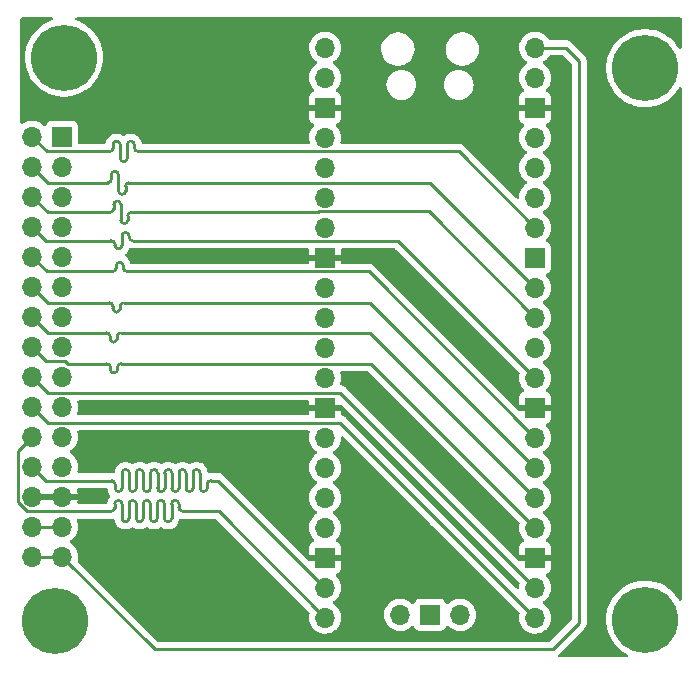
<source format=gbl>
G04 #@! TF.GenerationSoftware,KiCad,Pcbnew,(6.0.4)*
G04 #@! TF.CreationDate,2022-06-28T09:06:08+02:00*
G04 #@! TF.ProjectId,LogicAnalyzer,4c6f6769-6341-46e6-916c-797a65722e6b,rev?*
G04 #@! TF.SameCoordinates,Original*
G04 #@! TF.FileFunction,Copper,L2,Bot*
G04 #@! TF.FilePolarity,Positive*
%FSLAX46Y46*%
G04 Gerber Fmt 4.6, Leading zero omitted, Abs format (unit mm)*
G04 Created by KiCad (PCBNEW (6.0.4)) date 2022-06-28 09:06:08*
%MOMM*%
%LPD*%
G01*
G04 APERTURE LIST*
G04 #@! TA.AperFunction,ComponentPad*
%ADD10O,1.700000X1.700000*%
G04 #@! TD*
G04 #@! TA.AperFunction,ComponentPad*
%ADD11R,1.700000X1.700000*%
G04 #@! TD*
G04 #@! TA.AperFunction,ConnectorPad*
%ADD12C,5.600000*%
G04 #@! TD*
G04 #@! TA.AperFunction,ComponentPad*
%ADD13C,3.600000*%
G04 #@! TD*
G04 #@! TA.AperFunction,Conductor*
%ADD14C,0.250000*%
G04 #@! TD*
G04 APERTURE END LIST*
D10*
X99295000Y-64655000D03*
X99295000Y-67195000D03*
D11*
X99295000Y-69735000D03*
D10*
X99295000Y-72275000D03*
X99295000Y-74815000D03*
X99295000Y-77355000D03*
X99295000Y-79895000D03*
D11*
X99295000Y-82435000D03*
D10*
X99295000Y-84975000D03*
X99295000Y-87515000D03*
X99295000Y-90055000D03*
X99295000Y-92595000D03*
D11*
X99295000Y-95135000D03*
D10*
X99295000Y-97675000D03*
X99295000Y-100215000D03*
X99295000Y-102755000D03*
X99295000Y-105295000D03*
D11*
X99295000Y-107835000D03*
D10*
X99295000Y-110375000D03*
X99295000Y-112915000D03*
X117075000Y-112915000D03*
X117075000Y-110375000D03*
D11*
X117075000Y-107835000D03*
D10*
X117075000Y-105295000D03*
X117075000Y-102755000D03*
X117075000Y-100215000D03*
X117075000Y-97675000D03*
D11*
X117075000Y-95135000D03*
D10*
X117075000Y-92595000D03*
X117075000Y-90055000D03*
X117075000Y-87515000D03*
X117075000Y-84975000D03*
D11*
X117075000Y-82435000D03*
D10*
X117075000Y-79895000D03*
X117075000Y-77355000D03*
X117075000Y-74815000D03*
X117075000Y-72275000D03*
D11*
X117075000Y-69735000D03*
D10*
X117075000Y-67195000D03*
X117075000Y-64655000D03*
X105645000Y-112685000D03*
D11*
X108185000Y-112685000D03*
D10*
X110725000Y-112685000D03*
D12*
X126400000Y-113100000D03*
D13*
X126400000Y-113100000D03*
D12*
X77200000Y-65500000D03*
D13*
X77200000Y-65500000D03*
X126400000Y-66400000D03*
D12*
X126400000Y-66400000D03*
X76400000Y-113200000D03*
D13*
X76400000Y-113200000D03*
D11*
X77025000Y-72200000D03*
D10*
X74485000Y-72200000D03*
X77025000Y-74740000D03*
X74485000Y-74740000D03*
X77025000Y-77280000D03*
X74485000Y-77280000D03*
X77025000Y-79820000D03*
X74485000Y-79820000D03*
X77025000Y-82360000D03*
X74485000Y-82360000D03*
X77025000Y-84900000D03*
X74485000Y-84900000D03*
X77025000Y-87440000D03*
X74485000Y-87440000D03*
X77025000Y-89980000D03*
X74485000Y-89980000D03*
X77025000Y-92520000D03*
X74485000Y-92520000D03*
X77025000Y-95060000D03*
X74485000Y-95060000D03*
X77025000Y-97600000D03*
X74485000Y-97600000D03*
X77025000Y-100140000D03*
X74485000Y-100140000D03*
X77025000Y-102680000D03*
X74485000Y-102680000D03*
X77025000Y-105220000D03*
X74485000Y-105220000D03*
X77025000Y-107760000D03*
X74485000Y-107760000D03*
D14*
X74485000Y-100140000D02*
X75659511Y-101314511D01*
X82114511Y-101614511D02*
X82114511Y-100670045D01*
X85114511Y-101314511D02*
X85114511Y-101958977D01*
X85714511Y-101958977D02*
X85714511Y-101314511D01*
X87514511Y-100670045D02*
X87514511Y-101314511D01*
X88714511Y-100670045D02*
X88714511Y-101314511D01*
X86914511Y-101314511D02*
X86914511Y-100670045D01*
X82714511Y-100670045D02*
X82714511Y-101314511D01*
X88114511Y-101958977D02*
X88114511Y-101314511D01*
X88114511Y-101314511D02*
X88114511Y-100670045D01*
X81514511Y-101614511D02*
X81514511Y-101958977D01*
X89314511Y-101958977D02*
X89314511Y-101614511D01*
X83914511Y-100670045D02*
X83914511Y-101314511D01*
X83314511Y-101314511D02*
X83314511Y-100670045D01*
X86314511Y-101314511D02*
X86314511Y-101958977D01*
X86914511Y-101958977D02*
X86914511Y-101314511D01*
X75659511Y-101314511D02*
X81214511Y-101314511D01*
X88714511Y-101314511D02*
X88714511Y-101958977D01*
X83314511Y-101958977D02*
X83314511Y-101314511D01*
X89614511Y-101314511D02*
X90234511Y-101314511D01*
X82714511Y-101314511D02*
X82714511Y-101958977D01*
X82114511Y-101958977D02*
X82114511Y-101614511D01*
X86314511Y-100670045D02*
X86314511Y-101314511D01*
X84514511Y-101958977D02*
X84514511Y-101314511D01*
X85714511Y-101314511D02*
X85714511Y-100670045D01*
X85114511Y-100670045D02*
X85114511Y-101314511D01*
X87514511Y-101314511D02*
X87514511Y-101958977D01*
X84514511Y-101314511D02*
X84514511Y-100670045D01*
X90234511Y-101314511D02*
X99295000Y-110375000D01*
X83914511Y-101314511D02*
X83914511Y-101958977D01*
X87214511Y-100370011D02*
G75*
G03*
X86914511Y-100670045I-11J-299989D01*
G01*
X84814511Y-100370011D02*
G75*
G03*
X84514511Y-100670045I-11J-299989D01*
G01*
X87514455Y-100670045D02*
G75*
G03*
X87214511Y-100370045I-299955J45D01*
G01*
X87814511Y-102258989D02*
G75*
G02*
X87514511Y-101958977I-11J299989D01*
G01*
X89014511Y-102258989D02*
G75*
G02*
X88714511Y-101958977I-11J299989D01*
G01*
X88114477Y-101958977D02*
G75*
G02*
X87814511Y-102258977I-299977J-23D01*
G01*
X82414511Y-100370011D02*
G75*
G03*
X82114511Y-100670045I-11J-299989D01*
G01*
X88414511Y-100370011D02*
G75*
G03*
X88114511Y-100670045I-11J-299989D01*
G01*
X89614511Y-101314511D02*
G75*
G03*
X89314511Y-101614511I-11J-299989D01*
G01*
X83314477Y-101958977D02*
G75*
G02*
X83014511Y-102258977I-299977J-23D01*
G01*
X84214511Y-102258989D02*
G75*
G02*
X83914511Y-101958977I-11J299989D01*
G01*
X81814511Y-102258989D02*
G75*
G02*
X81514511Y-101958977I-11J299989D01*
G01*
X86014511Y-100370011D02*
G75*
G03*
X85714511Y-100670045I-11J-299989D01*
G01*
X85114455Y-100670045D02*
G75*
G03*
X84814511Y-100370045I-299955J45D01*
G01*
X83014511Y-102258989D02*
G75*
G02*
X82714511Y-101958977I-11J299989D01*
G01*
X86314455Y-100670045D02*
G75*
G03*
X86014511Y-100370045I-299955J45D01*
G01*
X86914477Y-101958977D02*
G75*
G02*
X86614511Y-102258977I-299977J-23D01*
G01*
X85714477Y-101958977D02*
G75*
G02*
X85414511Y-102258977I-299977J-23D01*
G01*
X88714455Y-100670045D02*
G75*
G03*
X88414511Y-100370045I-299955J45D01*
G01*
X86614511Y-102258989D02*
G75*
G02*
X86314511Y-101958977I-11J299989D01*
G01*
X82714455Y-100670045D02*
G75*
G03*
X82414511Y-100370045I-299955J45D01*
G01*
X85414511Y-102258989D02*
G75*
G02*
X85114511Y-101958977I-11J299989D01*
G01*
X83614511Y-100370011D02*
G75*
G03*
X83314511Y-100670045I-11J-299989D01*
G01*
X82114477Y-101958977D02*
G75*
G02*
X81814511Y-102258977I-299977J-23D01*
G01*
X84514477Y-101958977D02*
G75*
G02*
X84214511Y-102258977I-299977J-23D01*
G01*
X83914455Y-100670045D02*
G75*
G03*
X83614511Y-100370045I-299955J45D01*
G01*
X81514489Y-101614511D02*
G75*
G03*
X81214511Y-101314511I-299989J11D01*
G01*
X89314477Y-101958977D02*
G75*
G02*
X89014511Y-102258977I-299977J-23D01*
G01*
X82100000Y-103283346D02*
X82100000Y-103600000D01*
X84500000Y-103283346D02*
X84500000Y-103900000D01*
X82700000Y-103900000D02*
X82700000Y-103283346D01*
X90280000Y-103900000D02*
X99295000Y-112915000D01*
X83900000Y-103900000D02*
X83900000Y-103283346D01*
X86300000Y-104516654D02*
X86300000Y-103900000D01*
X74485000Y-97600000D02*
X73310489Y-98774511D01*
X83300000Y-103283346D02*
X83300000Y-103900000D01*
X86900000Y-103283346D02*
X86900000Y-103600000D01*
X83900000Y-104516654D02*
X83900000Y-103900000D01*
X85700000Y-103900000D02*
X85700000Y-104516654D01*
X82700000Y-104516654D02*
X82700000Y-103900000D01*
X84500000Y-103900000D02*
X84500000Y-104516654D01*
X85100000Y-104516654D02*
X85100000Y-103900000D01*
X86300000Y-103900000D02*
X86300000Y-103283346D01*
X73310489Y-103166499D02*
X74043990Y-103900000D01*
X74043990Y-103900000D02*
X81200000Y-103900000D01*
X81500000Y-103600000D02*
X81500000Y-103283346D01*
X87200000Y-103900000D02*
X90280000Y-103900000D01*
X82100000Y-103600000D02*
X82100000Y-104516654D01*
X85700000Y-103283346D02*
X85700000Y-103900000D01*
X73310489Y-98774511D02*
X73310489Y-103166499D01*
X83300000Y-103900000D02*
X83300000Y-104516654D01*
X85100000Y-103900000D02*
X85100000Y-103283346D01*
X82099954Y-103283346D02*
G75*
G03*
X81800000Y-102983346I-299954J46D01*
G01*
X81500000Y-103600000D02*
G75*
G02*
X81200000Y-103900000I-300000J0D01*
G01*
X83299954Y-103283346D02*
G75*
G03*
X83000000Y-102983346I-299954J46D01*
G01*
X85400000Y-102983300D02*
G75*
G03*
X85100000Y-103283346I0J-300000D01*
G01*
X86899954Y-103283346D02*
G75*
G03*
X86600000Y-102983346I-299954J46D01*
G01*
X84800000Y-104816700D02*
G75*
G02*
X84500000Y-104516654I0J300000D01*
G01*
X81800000Y-102983300D02*
G75*
G03*
X81500000Y-103283346I0J-300000D01*
G01*
X84200000Y-102983300D02*
G75*
G03*
X83900000Y-103283346I0J-300000D01*
G01*
X83899954Y-104516654D02*
G75*
G02*
X83600000Y-104816654I-299954J-46D01*
G01*
X84499954Y-103283346D02*
G75*
G03*
X84200000Y-102983346I-299954J46D01*
G01*
X82400000Y-104816700D02*
G75*
G02*
X82100000Y-104516654I0J300000D01*
G01*
X82699954Y-104516654D02*
G75*
G02*
X82400000Y-104816654I-299954J-46D01*
G01*
X86600000Y-102983300D02*
G75*
G03*
X86300000Y-103283346I0J-300000D01*
G01*
X85099954Y-104516654D02*
G75*
G02*
X84800000Y-104816654I-299954J-46D01*
G01*
X83600000Y-104816700D02*
G75*
G02*
X83300000Y-104516654I0J300000D01*
G01*
X85699954Y-103283346D02*
G75*
G03*
X85400000Y-102983346I-299954J46D01*
G01*
X86299954Y-104516654D02*
G75*
G02*
X86000000Y-104816654I-299954J-46D01*
G01*
X86000000Y-104816700D02*
G75*
G02*
X85700000Y-104516654I0J300000D01*
G01*
X87200000Y-103900000D02*
G75*
G02*
X86900000Y-103600000I0J300000D01*
G01*
X83000000Y-102983300D02*
G75*
G03*
X82700000Y-103283346I0J-300000D01*
G01*
X75850489Y-96425489D02*
X74485000Y-95060000D01*
X117075000Y-112915000D02*
X100585489Y-96425489D01*
X100585489Y-96425489D02*
X75850489Y-96425489D01*
X75850489Y-93885489D02*
X100585489Y-93885489D01*
X74485000Y-92520000D02*
X75850489Y-93885489D01*
X100585489Y-93885489D02*
X117075000Y-110375000D01*
X81120489Y-91720489D02*
X81120489Y-91911156D01*
X74485000Y-89980000D02*
X75659511Y-91154511D01*
X77520489Y-91420489D02*
X80820489Y-91420489D01*
X82020489Y-91420489D02*
X88670961Y-91420489D01*
X75659511Y-91154511D02*
X77254511Y-91154511D01*
X77254511Y-91154511D02*
X77520489Y-91420489D01*
X103200489Y-91420489D02*
X117075000Y-105295000D01*
X81720489Y-91911156D02*
X81720489Y-91720489D01*
X88670961Y-91420489D02*
X103200489Y-91420489D01*
X81120511Y-91720489D02*
G75*
G03*
X80820489Y-91420489I-300011J-11D01*
G01*
X82020489Y-91420489D02*
G75*
G03*
X81720489Y-91720489I11J-300011D01*
G01*
X81720456Y-91911156D02*
G75*
G02*
X81420489Y-92211156I-299956J-44D01*
G01*
X81420489Y-92211211D02*
G75*
G02*
X81120489Y-91911156I11J300011D01*
G01*
X103125489Y-88805489D02*
X117075000Y-102755000D01*
X81694511Y-89296190D02*
X81694511Y-89105489D01*
X81094511Y-89105489D02*
X81094511Y-89296190D01*
X74485000Y-87440000D02*
X75850489Y-88805489D01*
X81994511Y-88805489D02*
X85687857Y-88805489D01*
X85687857Y-88805489D02*
X103125489Y-88805489D01*
X75850489Y-88805489D02*
X80794511Y-88805489D01*
X81694490Y-89296190D02*
G75*
G02*
X81394511Y-89596190I-299990J-10D01*
G01*
X81994511Y-88805511D02*
G75*
G03*
X81694511Y-89105489I-11J-299989D01*
G01*
X81394511Y-89596189D02*
G75*
G02*
X81094511Y-89296190I-11J299989D01*
G01*
X81094511Y-89105489D02*
G75*
G03*
X80794511Y-88805489I-300011J-11D01*
G01*
X74485000Y-84900000D02*
X75850489Y-86265489D01*
X75850489Y-86265489D02*
X81034511Y-86265489D01*
X87676593Y-86265489D02*
X103125489Y-86265489D01*
X81934511Y-86756190D02*
X81934511Y-86565489D01*
X81334511Y-86565489D02*
X81334511Y-86756190D01*
X82234511Y-86265489D02*
X87676593Y-86265489D01*
X103125489Y-86265489D02*
X117075000Y-100215000D01*
X81634511Y-87056189D02*
G75*
G02*
X81334511Y-86756190I-11J299989D01*
G01*
X81334511Y-86565489D02*
G75*
G03*
X81034511Y-86265489I-300011J-11D01*
G01*
X81934490Y-86756190D02*
G75*
G02*
X81634511Y-87056190I-299990J-10D01*
G01*
X82234511Y-86265511D02*
G75*
G03*
X81934511Y-86565489I-11J-299989D01*
G01*
X74485000Y-82360000D02*
X75734511Y-83609511D01*
X103009511Y-83609511D02*
X117075000Y-97675000D01*
X81609511Y-83309511D02*
X81609511Y-83118809D01*
X82509511Y-83609511D02*
X88278447Y-83609511D01*
X82209511Y-83118809D02*
X82209511Y-83309511D01*
X88278447Y-83609511D02*
X103009511Y-83609511D01*
X75734511Y-83609511D02*
X81309511Y-83609511D01*
X81909511Y-82818811D02*
G75*
G03*
X81609511Y-83118809I-11J-299989D01*
G01*
X82509511Y-83609489D02*
G75*
G02*
X82209511Y-83309511I-11J299989D01*
G01*
X82209491Y-83118809D02*
G75*
G03*
X81909511Y-82818809I-299991J9D01*
G01*
X81609511Y-83309511D02*
G75*
G02*
X81309511Y-83609511I-300011J11D01*
G01*
X82100000Y-81300000D02*
X82100000Y-80591647D01*
X88644793Y-81000000D02*
X98738990Y-81000000D01*
X99781499Y-81069511D02*
X99851010Y-81000000D01*
X74485000Y-79820000D02*
X75665000Y-81000000D01*
X98808501Y-81069511D02*
X99781499Y-81069511D01*
X82100000Y-81408353D02*
X82100000Y-81300000D01*
X82700000Y-80591647D02*
X82700000Y-80700000D01*
X81500000Y-81300000D02*
X81500000Y-81408353D01*
X99851010Y-81000000D02*
X105480000Y-81000000D01*
X105480000Y-81000000D02*
X117075000Y-92595000D01*
X98738990Y-81000000D02*
X98808501Y-81069511D01*
X75665000Y-81000000D02*
X81200000Y-81000000D01*
X83000000Y-81000000D02*
X88644793Y-81000000D01*
X82099953Y-81408353D02*
G75*
G02*
X81800000Y-81708353I-299953J-47D01*
G01*
X82400000Y-80291600D02*
G75*
G03*
X82100000Y-80591647I0J-300000D01*
G01*
X82699953Y-80591647D02*
G75*
G03*
X82400000Y-80291647I-299953J47D01*
G01*
X81500000Y-81300000D02*
G75*
G03*
X81200000Y-81000000I-300000J0D01*
G01*
X81800000Y-81708400D02*
G75*
G02*
X81500000Y-81408353I0J300000D01*
G01*
X83000000Y-81000000D02*
G75*
G02*
X82700000Y-80700000I0J300000D01*
G01*
X99781499Y-78529511D02*
X99811010Y-78500000D01*
X82000000Y-78300000D02*
X82000000Y-79265065D01*
X99811010Y-78500000D02*
X108060000Y-78500000D01*
X108060000Y-78500000D02*
X117075000Y-87515000D01*
X75805000Y-78600000D02*
X81100000Y-78600000D01*
X98808501Y-78529511D02*
X99781499Y-78529511D01*
X81400000Y-78300000D02*
X81400000Y-77934935D01*
X82000000Y-77934935D02*
X82000000Y-78300000D01*
X74485000Y-77280000D02*
X75805000Y-78600000D01*
X98738012Y-78600000D02*
X98808501Y-78529511D01*
X82600000Y-79265065D02*
X82600000Y-78900000D01*
X89796167Y-78600000D02*
X98738012Y-78600000D01*
X82900000Y-78600000D02*
X89796167Y-78600000D01*
X82900000Y-78600000D02*
G75*
G03*
X82600000Y-78900000I0J-300000D01*
G01*
X81700000Y-77634900D02*
G75*
G03*
X81400000Y-77934935I0J-300000D01*
G01*
X82300000Y-79565100D02*
G75*
G02*
X82000000Y-79265065I0J300000D01*
G01*
X81999965Y-77934935D02*
G75*
G03*
X81700000Y-77634935I-299965J35D01*
G01*
X82599965Y-79265065D02*
G75*
G02*
X82300000Y-79565065I-299965J-35D01*
G01*
X81400000Y-78300000D02*
G75*
G02*
X81100000Y-78600000I-300000J0D01*
G01*
X81805489Y-75419723D02*
X81805489Y-75805489D01*
X74485000Y-74740000D02*
X75850489Y-76105489D01*
X82705489Y-76105489D02*
X87912101Y-76105489D01*
X108205489Y-76105489D02*
X117075000Y-84975000D01*
X82405489Y-76791255D02*
X82405489Y-76405489D01*
X81205489Y-75805489D02*
X81205489Y-75419723D01*
X87912101Y-76105489D02*
X108205489Y-76105489D01*
X75850489Y-76105489D02*
X80905489Y-76105489D01*
X81805489Y-75805489D02*
X81805489Y-76791255D01*
X82405455Y-76791255D02*
G75*
G02*
X82105489Y-77091255I-299955J-45D01*
G01*
X82105489Y-77091311D02*
G75*
G02*
X81805489Y-76791255I11J300011D01*
G01*
X82705489Y-76105489D02*
G75*
G03*
X82405489Y-76405489I11J-300011D01*
G01*
X81205489Y-75805489D02*
G75*
G02*
X80905489Y-76105489I-299989J-11D01*
G01*
X81505489Y-75119689D02*
G75*
G03*
X81205489Y-75419723I11J-300011D01*
G01*
X81805477Y-75419723D02*
G75*
G03*
X81505489Y-75119723I-299977J23D01*
G01*
X82550489Y-74024953D02*
X82550489Y-73449511D01*
X82550489Y-73449511D02*
X82550489Y-72874069D01*
X83150489Y-72874069D02*
X83150489Y-73149511D01*
X81350489Y-73149511D02*
X81350489Y-72874069D01*
X75734511Y-73449511D02*
X81050489Y-73449511D01*
X110629511Y-73449511D02*
X117075000Y-79895000D01*
X87859766Y-73449511D02*
X110629511Y-73449511D01*
X81950489Y-73149511D02*
X81950489Y-74024953D01*
X81950489Y-72874069D02*
X81950489Y-73149511D01*
X83450489Y-73449511D02*
X87859766Y-73449511D01*
X74485000Y-72200000D02*
X75734511Y-73449511D01*
X82550453Y-74024953D02*
G75*
G02*
X82250489Y-74324953I-299953J-47D01*
G01*
X81950531Y-72874069D02*
G75*
G03*
X81650489Y-72574069I-300031J-31D01*
G01*
X83450489Y-73449511D02*
G75*
G02*
X83150489Y-73149511I11J300011D01*
G01*
X81650489Y-72574089D02*
G75*
G03*
X81350489Y-72874069I11J-300011D01*
G01*
X81350511Y-73149511D02*
G75*
G02*
X81050489Y-73449511I-300011J11D01*
G01*
X82850489Y-72574089D02*
G75*
G03*
X82550489Y-72874069I11J-300011D01*
G01*
X83150531Y-72874069D02*
G75*
G03*
X82850489Y-72574069I-300031J-31D01*
G01*
X82250489Y-74325011D02*
G75*
G02*
X81950489Y-74024953I11J300011D01*
G01*
X99295000Y-69735000D02*
X117075000Y-69735000D01*
X77025000Y-102680000D02*
X74485000Y-102680000D01*
X77025000Y-105220000D02*
X74485000Y-105220000D01*
X117075000Y-64655000D02*
X119655000Y-64655000D01*
X120800000Y-65800000D02*
X120800000Y-113400000D01*
X84865000Y-115600000D02*
X77025000Y-107760000D01*
X118600000Y-115600000D02*
X84865000Y-115600000D01*
X77025000Y-107760000D02*
X74485000Y-107760000D01*
X120800000Y-113400000D02*
X118600000Y-115600000D01*
X119655000Y-64655000D02*
X120800000Y-65800000D01*
G04 #@! TA.AperFunction,Conductor*
G36*
X76203657Y-62128502D02*
G01*
X76250150Y-62182158D01*
X76260254Y-62252432D01*
X76230760Y-62317012D01*
X76175516Y-62353989D01*
X75980271Y-62419317D01*
X75977178Y-62420739D01*
X75977177Y-62420740D01*
X75970974Y-62423593D01*
X75654694Y-62569066D01*
X75347193Y-62753101D01*
X75344467Y-62755163D01*
X75344465Y-62755164D01*
X75338620Y-62759585D01*
X75061367Y-62969270D01*
X74800559Y-63215043D01*
X74567819Y-63487546D01*
X74565900Y-63490358D01*
X74565897Y-63490363D01*
X74483597Y-63611011D01*
X74365871Y-63783591D01*
X74197077Y-64099714D01*
X74063411Y-64432218D01*
X74062491Y-64435492D01*
X74062489Y-64435497D01*
X73979939Y-64729179D01*
X73966437Y-64777213D01*
X73907290Y-65130663D01*
X73886661Y-65488434D01*
X73886833Y-65491829D01*
X73886833Y-65491830D01*
X73889598Y-65546407D01*
X73904792Y-65846340D01*
X73905329Y-65849695D01*
X73905330Y-65849701D01*
X73935298Y-66036797D01*
X73961470Y-66200195D01*
X74056033Y-66545859D01*
X74187374Y-66879288D01*
X74216407Y-66934588D01*
X74351366Y-67191646D01*
X74353957Y-67196582D01*
X74355858Y-67199411D01*
X74355864Y-67199421D01*
X74519253Y-67442568D01*
X74553834Y-67494029D01*
X74784665Y-67768150D01*
X75043751Y-68015738D01*
X75328061Y-68233897D01*
X75357936Y-68252061D01*
X75631355Y-68418303D01*
X75631360Y-68418306D01*
X75634270Y-68420075D01*
X75637358Y-68421521D01*
X75637357Y-68421521D01*
X75955710Y-68570649D01*
X75955720Y-68570653D01*
X75958794Y-68572093D01*
X75962012Y-68573195D01*
X75962015Y-68573196D01*
X76294615Y-68687071D01*
X76294623Y-68687073D01*
X76297838Y-68688174D01*
X76647435Y-68766959D01*
X76699728Y-68772917D01*
X77000114Y-68807142D01*
X77000122Y-68807142D01*
X77003497Y-68807527D01*
X77006901Y-68807545D01*
X77006904Y-68807545D01*
X77201227Y-68808562D01*
X77361857Y-68809403D01*
X77365243Y-68809053D01*
X77365245Y-68809053D01*
X77714932Y-68772917D01*
X77714941Y-68772916D01*
X77718324Y-68772566D01*
X77721657Y-68771852D01*
X77721660Y-68771851D01*
X77894186Y-68734864D01*
X78068727Y-68697446D01*
X78408968Y-68584922D01*
X78735066Y-68436311D01*
X78996395Y-68281145D01*
X79040262Y-68255099D01*
X79040267Y-68255096D01*
X79043207Y-68253350D01*
X79329786Y-68038180D01*
X79591451Y-67793319D01*
X79825140Y-67521630D01*
X80001580Y-67264908D01*
X80026190Y-67229101D01*
X80026195Y-67229094D01*
X80028120Y-67226292D01*
X80029732Y-67223298D01*
X80029737Y-67223290D01*
X80062902Y-67161695D01*
X97932251Y-67161695D01*
X97932548Y-67166848D01*
X97932548Y-67166851D01*
X97938011Y-67261590D01*
X97945110Y-67384715D01*
X97946247Y-67389761D01*
X97946248Y-67389767D01*
X97959604Y-67449029D01*
X97994222Y-67602639D01*
X98032461Y-67696811D01*
X98071649Y-67793319D01*
X98078266Y-67809616D01*
X98194987Y-68000088D01*
X98341250Y-68168938D01*
X98345225Y-68172238D01*
X98345231Y-68172244D01*
X98350425Y-68176556D01*
X98390059Y-68235460D01*
X98391555Y-68306441D01*
X98354439Y-68366962D01*
X98314168Y-68391480D01*
X98206946Y-68431676D01*
X98191351Y-68440214D01*
X98089276Y-68516715D01*
X98076715Y-68529276D01*
X98000214Y-68631351D01*
X97991676Y-68646946D01*
X97946522Y-68767394D01*
X97942895Y-68782649D01*
X97937369Y-68833514D01*
X97937000Y-68840328D01*
X97937000Y-69462885D01*
X97941475Y-69478124D01*
X97942865Y-69479329D01*
X97950548Y-69481000D01*
X100634884Y-69481000D01*
X100650123Y-69476525D01*
X100651328Y-69475135D01*
X100652999Y-69467452D01*
X100652999Y-68840331D01*
X100652629Y-68833510D01*
X100647105Y-68782648D01*
X100643479Y-68767396D01*
X100598324Y-68646946D01*
X100589786Y-68631351D01*
X100513285Y-68529276D01*
X100500724Y-68516715D01*
X100398649Y-68440214D01*
X100383054Y-68431676D01*
X100272813Y-68390348D01*
X100216049Y-68347706D01*
X100191349Y-68281145D01*
X100206557Y-68211796D01*
X100228104Y-68183115D01*
X100329430Y-68082144D01*
X100329440Y-68082132D01*
X100333096Y-68078489D01*
X100363732Y-68035855D01*
X100460435Y-67901277D01*
X100463453Y-67897077D01*
X100504018Y-67815000D01*
X104496693Y-67815000D01*
X104515885Y-68034371D01*
X104572880Y-68247076D01*
X104588767Y-68281145D01*
X104663618Y-68441666D01*
X104663621Y-68441671D01*
X104665944Y-68446653D01*
X104669100Y-68451160D01*
X104669101Y-68451162D01*
X104761770Y-68583506D01*
X104792251Y-68627038D01*
X104947962Y-68782749D01*
X104952471Y-68785906D01*
X104952473Y-68785908D01*
X105020456Y-68833510D01*
X105128346Y-68909056D01*
X105327924Y-69002120D01*
X105540629Y-69059115D01*
X105760000Y-69078307D01*
X105979371Y-69059115D01*
X106192076Y-69002120D01*
X106391654Y-68909056D01*
X106499544Y-68833510D01*
X106567527Y-68785908D01*
X106567529Y-68785906D01*
X106572038Y-68782749D01*
X106727749Y-68627038D01*
X106758231Y-68583506D01*
X106850899Y-68451162D01*
X106850900Y-68451160D01*
X106854056Y-68446653D01*
X106856379Y-68441671D01*
X106856382Y-68441666D01*
X106931233Y-68281145D01*
X106947120Y-68247076D01*
X107004115Y-68034371D01*
X107023307Y-67815000D01*
X109346693Y-67815000D01*
X109365885Y-68034371D01*
X109422880Y-68247076D01*
X109438767Y-68281145D01*
X109513618Y-68441666D01*
X109513621Y-68441671D01*
X109515944Y-68446653D01*
X109519100Y-68451160D01*
X109519101Y-68451162D01*
X109611770Y-68583506D01*
X109642251Y-68627038D01*
X109797962Y-68782749D01*
X109802471Y-68785906D01*
X109802473Y-68785908D01*
X109870456Y-68833510D01*
X109978346Y-68909056D01*
X110177924Y-69002120D01*
X110390629Y-69059115D01*
X110610000Y-69078307D01*
X110829371Y-69059115D01*
X111042076Y-69002120D01*
X111241654Y-68909056D01*
X111349544Y-68833510D01*
X111417527Y-68785908D01*
X111417529Y-68785906D01*
X111422038Y-68782749D01*
X111577749Y-68627038D01*
X111608231Y-68583506D01*
X111700899Y-68451162D01*
X111700900Y-68451160D01*
X111704056Y-68446653D01*
X111706379Y-68441671D01*
X111706382Y-68441666D01*
X111781233Y-68281145D01*
X111797120Y-68247076D01*
X111854115Y-68034371D01*
X111873307Y-67815000D01*
X111854115Y-67595629D01*
X111797120Y-67382924D01*
X111753585Y-67289562D01*
X111706382Y-67188334D01*
X111706379Y-67188329D01*
X111704056Y-67183347D01*
X111700899Y-67178838D01*
X111580908Y-67007473D01*
X111580906Y-67007470D01*
X111577749Y-67002962D01*
X111422038Y-66847251D01*
X111241654Y-66720944D01*
X111042076Y-66627880D01*
X110829371Y-66570885D01*
X110610000Y-66551693D01*
X110390629Y-66570885D01*
X110177924Y-66627880D01*
X110084562Y-66671415D01*
X109983334Y-66718618D01*
X109983329Y-66718621D01*
X109978347Y-66720944D01*
X109973840Y-66724100D01*
X109973838Y-66724101D01*
X109802473Y-66844092D01*
X109802470Y-66844094D01*
X109797962Y-66847251D01*
X109642251Y-67002962D01*
X109639094Y-67007470D01*
X109639092Y-67007473D01*
X109519101Y-67178838D01*
X109515944Y-67183347D01*
X109513621Y-67188329D01*
X109513618Y-67188334D01*
X109466415Y-67289562D01*
X109422880Y-67382924D01*
X109365885Y-67595629D01*
X109346693Y-67815000D01*
X107023307Y-67815000D01*
X107004115Y-67595629D01*
X106947120Y-67382924D01*
X106903585Y-67289562D01*
X106856382Y-67188334D01*
X106856379Y-67188329D01*
X106854056Y-67183347D01*
X106850899Y-67178838D01*
X106730908Y-67007473D01*
X106730906Y-67007470D01*
X106727749Y-67002962D01*
X106572038Y-66847251D01*
X106391654Y-66720944D01*
X106192076Y-66627880D01*
X105979371Y-66570885D01*
X105760000Y-66551693D01*
X105540629Y-66570885D01*
X105327924Y-66627880D01*
X105234562Y-66671415D01*
X105133334Y-66718618D01*
X105133329Y-66718621D01*
X105128347Y-66720944D01*
X105123840Y-66724100D01*
X105123838Y-66724101D01*
X104952473Y-66844092D01*
X104952470Y-66844094D01*
X104947962Y-66847251D01*
X104792251Y-67002962D01*
X104789094Y-67007470D01*
X104789092Y-67007473D01*
X104669101Y-67178838D01*
X104665944Y-67183347D01*
X104663621Y-67188329D01*
X104663618Y-67188334D01*
X104616415Y-67289562D01*
X104572880Y-67382924D01*
X104515885Y-67595629D01*
X104496693Y-67815000D01*
X100504018Y-67815000D01*
X100520178Y-67782303D01*
X100560136Y-67701453D01*
X100560137Y-67701451D01*
X100562430Y-67696811D01*
X100616509Y-67518818D01*
X100625865Y-67488023D01*
X100625865Y-67488021D01*
X100627370Y-67483069D01*
X100656529Y-67261590D01*
X100657323Y-67229101D01*
X100658074Y-67198365D01*
X100658074Y-67198361D01*
X100658156Y-67195000D01*
X100639852Y-66972361D01*
X100585431Y-66755702D01*
X100496354Y-66550840D01*
X100375014Y-66363277D01*
X100224670Y-66198051D01*
X100220619Y-66194852D01*
X100220615Y-66194848D01*
X100053414Y-66062800D01*
X100053410Y-66062798D01*
X100049359Y-66059598D01*
X100008053Y-66036796D01*
X99958084Y-65986364D01*
X99943312Y-65916921D01*
X99968428Y-65850516D01*
X99995780Y-65823909D01*
X100046061Y-65788044D01*
X100174860Y-65696173D01*
X100190436Y-65680652D01*
X100282541Y-65588868D01*
X100333096Y-65538489D01*
X100392594Y-65455689D01*
X100460435Y-65361277D01*
X100463453Y-65357077D01*
X100467145Y-65349608D01*
X100560136Y-65161453D01*
X100560137Y-65161451D01*
X100562430Y-65156811D01*
X100594900Y-65049940D01*
X100625865Y-64948023D01*
X100625865Y-64948021D01*
X100627370Y-64943069D01*
X100652727Y-64750469D01*
X104047095Y-64750469D01*
X104047392Y-64755622D01*
X104047392Y-64755625D01*
X104053067Y-64854041D01*
X104060427Y-64981697D01*
X104061564Y-64986743D01*
X104061565Y-64986749D01*
X104093240Y-65127298D01*
X104111346Y-65207642D01*
X104113288Y-65212424D01*
X104113289Y-65212428D01*
X104174387Y-65362893D01*
X104198484Y-65422237D01*
X104245989Y-65499758D01*
X104300596Y-65588868D01*
X104319501Y-65619719D01*
X104471147Y-65794784D01*
X104649349Y-65942730D01*
X104849322Y-66059584D01*
X105065694Y-66142209D01*
X105070760Y-66143240D01*
X105070761Y-66143240D01*
X105123846Y-66154040D01*
X105292656Y-66188385D01*
X105423324Y-66193176D01*
X105518949Y-66196683D01*
X105518953Y-66196683D01*
X105524113Y-66196872D01*
X105529233Y-66196216D01*
X105529235Y-66196216D01*
X105602270Y-66186860D01*
X105753847Y-66167442D01*
X105758795Y-66165957D01*
X105758802Y-66165956D01*
X105970747Y-66102369D01*
X105975690Y-66100886D01*
X105980324Y-66098616D01*
X106179049Y-66001262D01*
X106179052Y-66001260D01*
X106183684Y-65998991D01*
X106372243Y-65864494D01*
X106536303Y-65701005D01*
X106542420Y-65692493D01*
X106564839Y-65661293D01*
X106671458Y-65512917D01*
X106681607Y-65492383D01*
X106771784Y-65309922D01*
X106771785Y-65309920D01*
X106774078Y-65305280D01*
X106841408Y-65083671D01*
X106871640Y-64854041D01*
X106871722Y-64850691D01*
X106873245Y-64788365D01*
X106873245Y-64788361D01*
X106873327Y-64785000D01*
X106870488Y-64750469D01*
X109497095Y-64750469D01*
X109497392Y-64755622D01*
X109497392Y-64755625D01*
X109503067Y-64854041D01*
X109510427Y-64981697D01*
X109511564Y-64986743D01*
X109511565Y-64986749D01*
X109543240Y-65127298D01*
X109561346Y-65207642D01*
X109563288Y-65212424D01*
X109563289Y-65212428D01*
X109624387Y-65362893D01*
X109648484Y-65422237D01*
X109695989Y-65499758D01*
X109750596Y-65588868D01*
X109769501Y-65619719D01*
X109921147Y-65794784D01*
X110099349Y-65942730D01*
X110299322Y-66059584D01*
X110515694Y-66142209D01*
X110520760Y-66143240D01*
X110520761Y-66143240D01*
X110573846Y-66154040D01*
X110742656Y-66188385D01*
X110873324Y-66193176D01*
X110968949Y-66196683D01*
X110968953Y-66196683D01*
X110974113Y-66196872D01*
X110979233Y-66196216D01*
X110979235Y-66196216D01*
X111052270Y-66186860D01*
X111203847Y-66167442D01*
X111208795Y-66165957D01*
X111208802Y-66165956D01*
X111420747Y-66102369D01*
X111425690Y-66100886D01*
X111430324Y-66098616D01*
X111629049Y-66001262D01*
X111629052Y-66001260D01*
X111633684Y-65998991D01*
X111822243Y-65864494D01*
X111986303Y-65701005D01*
X111992420Y-65692493D01*
X112014839Y-65661293D01*
X112121458Y-65512917D01*
X112131607Y-65492383D01*
X112221784Y-65309922D01*
X112221785Y-65309920D01*
X112224078Y-65305280D01*
X112291408Y-65083671D01*
X112321640Y-64854041D01*
X112321722Y-64850691D01*
X112323245Y-64788365D01*
X112323245Y-64788361D01*
X112323327Y-64785000D01*
X112309479Y-64616562D01*
X112304773Y-64559318D01*
X112304772Y-64559312D01*
X112304349Y-64554167D01*
X112264154Y-64394142D01*
X112249184Y-64334544D01*
X112249183Y-64334540D01*
X112247925Y-64329533D01*
X112245866Y-64324797D01*
X112157630Y-64121868D01*
X112157628Y-64121865D01*
X112155570Y-64117131D01*
X112029764Y-63922665D01*
X111873887Y-63751358D01*
X111869836Y-63748159D01*
X111869832Y-63748155D01*
X111696177Y-63611011D01*
X111696172Y-63611008D01*
X111692123Y-63607810D01*
X111687607Y-63605317D01*
X111687604Y-63605315D01*
X111493879Y-63498373D01*
X111493875Y-63498371D01*
X111489355Y-63495876D01*
X111484486Y-63494152D01*
X111484482Y-63494150D01*
X111275903Y-63420288D01*
X111275899Y-63420287D01*
X111271028Y-63418562D01*
X111265935Y-63417655D01*
X111265932Y-63417654D01*
X111048095Y-63378851D01*
X111048089Y-63378850D01*
X111043006Y-63377945D01*
X110970096Y-63377054D01*
X110816581Y-63375179D01*
X110816579Y-63375179D01*
X110811411Y-63375116D01*
X110582464Y-63410150D01*
X110362314Y-63482106D01*
X110357726Y-63484494D01*
X110357722Y-63484496D01*
X110290292Y-63519598D01*
X110156872Y-63589052D01*
X110152739Y-63592155D01*
X110152736Y-63592157D01*
X109975790Y-63725012D01*
X109971655Y-63728117D01*
X109968083Y-63731855D01*
X109884369Y-63819457D01*
X109811639Y-63895564D01*
X109808725Y-63899836D01*
X109808724Y-63899837D01*
X109752895Y-63981680D01*
X109681119Y-64086899D01*
X109583602Y-64296981D01*
X109521707Y-64520169D01*
X109497095Y-64750469D01*
X106870488Y-64750469D01*
X106859479Y-64616562D01*
X106854773Y-64559318D01*
X106854772Y-64559312D01*
X106854349Y-64554167D01*
X106814154Y-64394142D01*
X106799184Y-64334544D01*
X106799183Y-64334540D01*
X106797925Y-64329533D01*
X106795866Y-64324797D01*
X106707630Y-64121868D01*
X106707628Y-64121865D01*
X106705570Y-64117131D01*
X106579764Y-63922665D01*
X106423887Y-63751358D01*
X106419836Y-63748159D01*
X106419832Y-63748155D01*
X106246177Y-63611011D01*
X106246172Y-63611008D01*
X106242123Y-63607810D01*
X106237607Y-63605317D01*
X106237604Y-63605315D01*
X106043879Y-63498373D01*
X106043875Y-63498371D01*
X106039355Y-63495876D01*
X106034486Y-63494152D01*
X106034482Y-63494150D01*
X105825903Y-63420288D01*
X105825899Y-63420287D01*
X105821028Y-63418562D01*
X105815935Y-63417655D01*
X105815932Y-63417654D01*
X105598095Y-63378851D01*
X105598089Y-63378850D01*
X105593006Y-63377945D01*
X105520096Y-63377054D01*
X105366581Y-63375179D01*
X105366579Y-63375179D01*
X105361411Y-63375116D01*
X105132464Y-63410150D01*
X104912314Y-63482106D01*
X104907726Y-63484494D01*
X104907722Y-63484496D01*
X104840292Y-63519598D01*
X104706872Y-63589052D01*
X104702739Y-63592155D01*
X104702736Y-63592157D01*
X104525790Y-63725012D01*
X104521655Y-63728117D01*
X104518083Y-63731855D01*
X104434369Y-63819457D01*
X104361639Y-63895564D01*
X104358725Y-63899836D01*
X104358724Y-63899837D01*
X104302895Y-63981680D01*
X104231119Y-64086899D01*
X104133602Y-64296981D01*
X104071707Y-64520169D01*
X104047095Y-64750469D01*
X100652727Y-64750469D01*
X100656529Y-64721590D01*
X100657142Y-64696506D01*
X100658074Y-64658365D01*
X100658074Y-64658361D01*
X100658156Y-64655000D01*
X100639852Y-64432361D01*
X100585431Y-64215702D01*
X100496354Y-64010840D01*
X100404768Y-63869270D01*
X100377822Y-63827617D01*
X100377820Y-63827614D01*
X100375014Y-63823277D01*
X100224670Y-63658051D01*
X100220619Y-63654852D01*
X100220615Y-63654848D01*
X100053414Y-63522800D01*
X100053410Y-63522798D01*
X100049359Y-63519598D01*
X100006387Y-63495876D01*
X99986608Y-63484958D01*
X99853789Y-63411638D01*
X99848920Y-63409914D01*
X99848916Y-63409912D01*
X99648087Y-63338795D01*
X99648083Y-63338794D01*
X99643212Y-63337069D01*
X99638119Y-63336162D01*
X99638116Y-63336161D01*
X99428373Y-63298800D01*
X99428367Y-63298799D01*
X99423284Y-63297894D01*
X99349452Y-63296992D01*
X99205081Y-63295228D01*
X99205079Y-63295228D01*
X99199911Y-63295165D01*
X98979091Y-63328955D01*
X98766756Y-63398357D01*
X98741015Y-63411757D01*
X98582740Y-63494150D01*
X98568607Y-63501507D01*
X98564474Y-63504610D01*
X98564471Y-63504612D01*
X98427024Y-63607810D01*
X98389965Y-63635635D01*
X98235629Y-63797138D01*
X98232715Y-63801410D01*
X98232714Y-63801411D01*
X98152611Y-63918838D01*
X98109743Y-63981680D01*
X98071011Y-64065121D01*
X98034471Y-64143841D01*
X98015688Y-64184305D01*
X97955989Y-64399570D01*
X97932251Y-64621695D01*
X97932548Y-64626848D01*
X97932548Y-64626851D01*
X97941667Y-64785000D01*
X97945110Y-64844715D01*
X97946247Y-64849761D01*
X97946248Y-64849767D01*
X97947959Y-64857359D01*
X97994222Y-65062639D01*
X98078266Y-65269616D01*
X98113254Y-65326712D01*
X98163459Y-65408638D01*
X98194987Y-65460088D01*
X98341250Y-65628938D01*
X98513126Y-65771632D01*
X98541212Y-65788044D01*
X98586445Y-65814476D01*
X98635169Y-65866114D01*
X98648240Y-65935897D01*
X98621509Y-66001669D01*
X98581055Y-66035027D01*
X98568607Y-66041507D01*
X98564474Y-66044610D01*
X98564471Y-66044612D01*
X98434484Y-66142209D01*
X98389965Y-66175635D01*
X98235629Y-66337138D01*
X98109743Y-66521680D01*
X98084786Y-66575446D01*
X98018328Y-66718618D01*
X98015688Y-66724305D01*
X97955989Y-66939570D01*
X97932251Y-67161695D01*
X80062902Y-67161695D01*
X80196395Y-66913772D01*
X80198017Y-66910760D01*
X80332842Y-66578724D01*
X80335212Y-66570406D01*
X80363527Y-66471006D01*
X80431020Y-66234070D01*
X80447038Y-66140364D01*
X80490829Y-65884175D01*
X80490829Y-65884173D01*
X80491401Y-65880828D01*
X80492253Y-65866908D01*
X80513168Y-65524928D01*
X80513278Y-65523131D01*
X80513359Y-65500000D01*
X80493979Y-65142159D01*
X80436066Y-64788505D01*
X80340297Y-64443173D01*
X80338049Y-64437522D01*
X80215134Y-64128652D01*
X80207793Y-64110205D01*
X80142228Y-63986375D01*
X80041702Y-63796513D01*
X80041698Y-63796506D01*
X80040103Y-63793494D01*
X79839190Y-63496746D01*
X79828802Y-63484496D01*
X79693564Y-63325030D01*
X79607403Y-63223432D01*
X79347454Y-62976750D01*
X79062384Y-62759585D01*
X79059472Y-62757828D01*
X79059467Y-62757825D01*
X78758443Y-62576236D01*
X78758437Y-62576233D01*
X78755528Y-62574478D01*
X78430475Y-62423593D01*
X78224424Y-62353849D01*
X78166312Y-62313062D01*
X78139476Y-62247333D01*
X78152436Y-62177529D01*
X78201078Y-62125813D01*
X78264821Y-62108500D01*
X129365500Y-62108500D01*
X129433621Y-62128502D01*
X129480114Y-62182158D01*
X129491500Y-62234500D01*
X129491500Y-64661058D01*
X129471498Y-64729179D01*
X129417842Y-64775672D01*
X129347568Y-64785776D01*
X129282988Y-64756282D01*
X129254147Y-64720019D01*
X129240103Y-64693494D01*
X129039190Y-64396746D01*
X128807403Y-64123432D01*
X128547454Y-63876750D01*
X128348269Y-63725012D01*
X128265091Y-63661647D01*
X128265089Y-63661646D01*
X128262384Y-63659585D01*
X128259472Y-63657828D01*
X128259467Y-63657825D01*
X127958443Y-63476236D01*
X127958437Y-63476233D01*
X127955528Y-63474478D01*
X127663225Y-63338795D01*
X127633571Y-63325030D01*
X127633569Y-63325029D01*
X127630475Y-63323593D01*
X127460751Y-63266145D01*
X127294255Y-63209789D01*
X127294250Y-63209788D01*
X127291028Y-63208697D01*
X127092681Y-63164724D01*
X126944493Y-63131871D01*
X126944487Y-63131870D01*
X126941158Y-63131132D01*
X126937769Y-63130758D01*
X126937764Y-63130757D01*
X126588338Y-63092180D01*
X126588333Y-63092180D01*
X126584957Y-63091807D01*
X126581558Y-63091801D01*
X126581557Y-63091801D01*
X126412080Y-63091505D01*
X126226592Y-63091182D01*
X126113413Y-63103277D01*
X125873639Y-63128901D01*
X125873631Y-63128902D01*
X125870256Y-63129263D01*
X125520117Y-63205606D01*
X125180271Y-63319317D01*
X125177178Y-63320739D01*
X125177177Y-63320740D01*
X125057253Y-63375899D01*
X124854694Y-63469066D01*
X124851760Y-63470822D01*
X124851758Y-63470823D01*
X124570131Y-63639373D01*
X124547193Y-63653101D01*
X124544467Y-63655163D01*
X124544465Y-63655164D01*
X124322181Y-63823277D01*
X124261367Y-63869270D01*
X124258882Y-63871612D01*
X124258877Y-63871616D01*
X124200096Y-63927009D01*
X124000559Y-64115043D01*
X123767819Y-64387546D01*
X123765900Y-64390358D01*
X123765897Y-64390363D01*
X123680741Y-64515197D01*
X123565871Y-64683591D01*
X123397077Y-64999714D01*
X123263411Y-65332218D01*
X123262491Y-65335492D01*
X123262489Y-65335497D01*
X123180007Y-65628938D01*
X123166437Y-65677213D01*
X123165875Y-65680570D01*
X123165875Y-65680571D01*
X123131804Y-65884175D01*
X123107290Y-66030663D01*
X123086661Y-66388434D01*
X123086833Y-66391829D01*
X123086833Y-66391830D01*
X123094888Y-66550840D01*
X123104792Y-66746340D01*
X123105329Y-66749695D01*
X123105330Y-66749701D01*
X123131128Y-66910760D01*
X123161470Y-67100195D01*
X123256033Y-67445859D01*
X123387374Y-67779288D01*
X123395960Y-67795642D01*
X123551656Y-68092199D01*
X123553957Y-68096582D01*
X123555858Y-68099411D01*
X123555864Y-68099421D01*
X123651516Y-68241765D01*
X123753834Y-68394029D01*
X123984665Y-68668150D01*
X124243751Y-68915738D01*
X124528061Y-69133897D01*
X124560056Y-69153350D01*
X124831355Y-69318303D01*
X124831360Y-69318306D01*
X124834270Y-69320075D01*
X124837358Y-69321521D01*
X124837357Y-69321521D01*
X125155710Y-69470649D01*
X125155720Y-69470653D01*
X125158794Y-69472093D01*
X125162012Y-69473195D01*
X125162015Y-69473196D01*
X125494615Y-69587071D01*
X125494623Y-69587073D01*
X125497838Y-69588174D01*
X125847435Y-69666959D01*
X125899728Y-69672917D01*
X126200114Y-69707142D01*
X126200122Y-69707142D01*
X126203497Y-69707527D01*
X126206901Y-69707545D01*
X126206904Y-69707545D01*
X126401227Y-69708562D01*
X126561857Y-69709403D01*
X126565243Y-69709053D01*
X126565245Y-69709053D01*
X126914932Y-69672917D01*
X126914941Y-69672916D01*
X126918324Y-69672566D01*
X126921657Y-69671852D01*
X126921660Y-69671851D01*
X127094186Y-69634864D01*
X127268727Y-69597446D01*
X127608968Y-69484922D01*
X127935066Y-69336311D01*
X128029052Y-69280506D01*
X128240262Y-69155099D01*
X128240267Y-69155096D01*
X128243207Y-69153350D01*
X128529786Y-68938180D01*
X128791451Y-68693319D01*
X129025140Y-68421630D01*
X129131750Y-68266512D01*
X129226190Y-68129101D01*
X129226195Y-68129094D01*
X129228120Y-68126292D01*
X129229732Y-68123298D01*
X129229737Y-68123290D01*
X129254560Y-68077188D01*
X129304467Y-68026692D01*
X129373751Y-68011193D01*
X129440416Y-68035614D01*
X129483295Y-68092199D01*
X129491500Y-68136923D01*
X129491500Y-111361058D01*
X129471498Y-111429179D01*
X129417842Y-111475672D01*
X129347568Y-111485776D01*
X129282988Y-111456282D01*
X129254147Y-111420019D01*
X129240103Y-111393494D01*
X129039190Y-111096746D01*
X129026072Y-111081277D01*
X128943506Y-110983919D01*
X128807403Y-110823432D01*
X128547454Y-110576750D01*
X128282619Y-110375000D01*
X128265091Y-110361647D01*
X128265089Y-110361646D01*
X128262384Y-110359585D01*
X128259472Y-110357828D01*
X128259467Y-110357825D01*
X127958443Y-110176236D01*
X127958437Y-110176233D01*
X127955528Y-110174478D01*
X127630475Y-110023593D01*
X127460751Y-109966145D01*
X127294255Y-109909789D01*
X127294250Y-109909788D01*
X127291028Y-109908697D01*
X127092681Y-109864724D01*
X126944493Y-109831871D01*
X126944487Y-109831870D01*
X126941158Y-109831132D01*
X126937769Y-109830758D01*
X126937764Y-109830757D01*
X126588338Y-109792180D01*
X126588333Y-109792180D01*
X126584957Y-109791807D01*
X126581558Y-109791801D01*
X126581557Y-109791801D01*
X126412080Y-109791505D01*
X126226592Y-109791182D01*
X126113413Y-109803277D01*
X125873639Y-109828901D01*
X125873631Y-109828902D01*
X125870256Y-109829263D01*
X125520117Y-109905606D01*
X125180271Y-110019317D01*
X125177178Y-110020739D01*
X125177177Y-110020740D01*
X125170974Y-110023593D01*
X124854694Y-110169066D01*
X124851760Y-110170822D01*
X124851758Y-110170823D01*
X124574828Y-110336562D01*
X124547193Y-110353101D01*
X124544467Y-110355163D01*
X124544465Y-110355164D01*
X124267390Y-110564715D01*
X124261367Y-110569270D01*
X124000559Y-110815043D01*
X123767819Y-111087546D01*
X123765900Y-111090358D01*
X123765897Y-111090363D01*
X123695104Y-111194142D01*
X123565871Y-111383591D01*
X123397077Y-111699714D01*
X123263411Y-112032218D01*
X123262491Y-112035492D01*
X123262489Y-112035497D01*
X123201993Y-112250720D01*
X123166437Y-112377213D01*
X123165875Y-112380570D01*
X123165875Y-112380571D01*
X123113700Y-112692361D01*
X123107290Y-112730663D01*
X123086661Y-113088434D01*
X123086833Y-113091829D01*
X123086833Y-113091830D01*
X123091021Y-113174501D01*
X123104792Y-113446340D01*
X123105329Y-113449695D01*
X123105330Y-113449701D01*
X123132812Y-113621277D01*
X123161470Y-113800195D01*
X123256033Y-114145859D01*
X123387374Y-114479288D01*
X123388957Y-114482303D01*
X123551656Y-114792199D01*
X123553957Y-114796582D01*
X123555858Y-114799411D01*
X123555864Y-114799421D01*
X123739569Y-115072800D01*
X123753834Y-115094029D01*
X123984665Y-115368150D01*
X124243751Y-115615738D01*
X124528061Y-115833897D01*
X124560056Y-115853350D01*
X124831355Y-116018303D01*
X124831360Y-116018306D01*
X124834270Y-116020075D01*
X124871958Y-116037729D01*
X124901138Y-116051398D01*
X124954341Y-116098408D01*
X124973683Y-116166719D01*
X124953023Y-116234643D01*
X124898920Y-116280615D01*
X124847689Y-116291500D01*
X119113200Y-116291500D01*
X119045079Y-116271498D01*
X118998586Y-116217842D01*
X118988482Y-116147568D01*
X119017976Y-116082988D01*
X119026949Y-116073648D01*
X119030694Y-116070132D01*
X119037107Y-116065472D01*
X119065298Y-116031395D01*
X119073288Y-116022616D01*
X121192253Y-113903652D01*
X121200539Y-113896112D01*
X121207018Y-113892000D01*
X121253644Y-113842348D01*
X121256398Y-113839507D01*
X121276135Y-113819770D01*
X121278615Y-113816573D01*
X121286320Y-113807551D01*
X121316586Y-113775321D01*
X121320405Y-113768375D01*
X121320407Y-113768372D01*
X121326348Y-113757566D01*
X121337199Y-113741047D01*
X121344758Y-113731301D01*
X121349614Y-113725041D01*
X121352759Y-113717772D01*
X121352762Y-113717768D01*
X121367174Y-113684463D01*
X121372391Y-113673813D01*
X121393695Y-113635060D01*
X121398733Y-113615437D01*
X121405137Y-113596734D01*
X121410033Y-113585420D01*
X121410033Y-113585419D01*
X121413181Y-113578145D01*
X121414420Y-113570322D01*
X121414423Y-113570312D01*
X121420099Y-113534476D01*
X121422505Y-113522856D01*
X121431528Y-113487711D01*
X121431528Y-113487710D01*
X121433500Y-113480030D01*
X121433500Y-113459776D01*
X121435051Y-113440065D01*
X121436980Y-113427886D01*
X121438220Y-113420057D01*
X121434059Y-113376038D01*
X121433500Y-113364181D01*
X121433500Y-65878768D01*
X121434027Y-65867585D01*
X121435702Y-65860092D01*
X121435376Y-65849701D01*
X121433562Y-65792002D01*
X121433500Y-65788044D01*
X121433500Y-65760144D01*
X121432996Y-65756153D01*
X121432063Y-65744311D01*
X121430923Y-65708036D01*
X121430674Y-65700111D01*
X121425021Y-65680652D01*
X121421012Y-65661293D01*
X121420846Y-65659983D01*
X121418474Y-65641203D01*
X121415558Y-65633837D01*
X121415556Y-65633831D01*
X121402200Y-65600098D01*
X121398355Y-65588868D01*
X121388230Y-65554017D01*
X121388230Y-65554016D01*
X121386019Y-65546407D01*
X121380927Y-65537797D01*
X121375705Y-65528966D01*
X121367008Y-65511213D01*
X121362472Y-65499758D01*
X121359552Y-65492383D01*
X121333563Y-65456612D01*
X121327047Y-65446692D01*
X121308578Y-65415463D01*
X121304542Y-65408638D01*
X121290221Y-65394317D01*
X121277380Y-65379283D01*
X121270131Y-65369306D01*
X121265472Y-65362893D01*
X121231395Y-65334702D01*
X121222616Y-65326712D01*
X120158652Y-64262747D01*
X120151112Y-64254461D01*
X120147000Y-64247982D01*
X120097348Y-64201356D01*
X120094507Y-64198602D01*
X120074770Y-64178865D01*
X120071573Y-64176385D01*
X120062551Y-64168680D01*
X120036100Y-64143841D01*
X120030321Y-64138414D01*
X120023375Y-64134595D01*
X120023372Y-64134593D01*
X120012566Y-64128652D01*
X119996047Y-64117801D01*
X119989473Y-64112702D01*
X119980041Y-64105386D01*
X119972772Y-64102241D01*
X119972768Y-64102238D01*
X119939463Y-64087826D01*
X119928813Y-64082609D01*
X119890060Y-64061305D01*
X119870437Y-64056267D01*
X119851734Y-64049863D01*
X119840420Y-64044967D01*
X119840419Y-64044967D01*
X119833145Y-64041819D01*
X119825322Y-64040580D01*
X119825312Y-64040577D01*
X119789476Y-64034901D01*
X119777856Y-64032495D01*
X119742711Y-64023472D01*
X119742710Y-64023472D01*
X119735030Y-64021500D01*
X119714776Y-64021500D01*
X119695065Y-64019949D01*
X119682886Y-64018020D01*
X119675057Y-64016780D01*
X119667165Y-64017526D01*
X119631039Y-64020941D01*
X119619181Y-64021500D01*
X118351805Y-64021500D01*
X118283684Y-64001498D01*
X118246013Y-63963940D01*
X118157822Y-63827617D01*
X118157820Y-63827614D01*
X118155014Y-63823277D01*
X118004670Y-63658051D01*
X118000619Y-63654852D01*
X118000615Y-63654848D01*
X117833414Y-63522800D01*
X117833410Y-63522798D01*
X117829359Y-63519598D01*
X117786387Y-63495876D01*
X117766608Y-63484958D01*
X117633789Y-63411638D01*
X117628920Y-63409914D01*
X117628916Y-63409912D01*
X117428087Y-63338795D01*
X117428083Y-63338794D01*
X117423212Y-63337069D01*
X117418119Y-63336162D01*
X117418116Y-63336161D01*
X117208373Y-63298800D01*
X117208367Y-63298799D01*
X117203284Y-63297894D01*
X117129452Y-63296992D01*
X116985081Y-63295228D01*
X116985079Y-63295228D01*
X116979911Y-63295165D01*
X116759091Y-63328955D01*
X116546756Y-63398357D01*
X116521015Y-63411757D01*
X116362740Y-63494150D01*
X116348607Y-63501507D01*
X116344474Y-63504610D01*
X116344471Y-63504612D01*
X116207024Y-63607810D01*
X116169965Y-63635635D01*
X116015629Y-63797138D01*
X116012715Y-63801410D01*
X116012714Y-63801411D01*
X115932611Y-63918838D01*
X115889743Y-63981680D01*
X115851011Y-64065121D01*
X115814471Y-64143841D01*
X115795688Y-64184305D01*
X115735989Y-64399570D01*
X115712251Y-64621695D01*
X115712548Y-64626848D01*
X115712548Y-64626851D01*
X115721667Y-64785000D01*
X115725110Y-64844715D01*
X115726247Y-64849761D01*
X115726248Y-64849767D01*
X115727959Y-64857359D01*
X115774222Y-65062639D01*
X115858266Y-65269616D01*
X115893254Y-65326712D01*
X115943459Y-65408638D01*
X115974987Y-65460088D01*
X116121250Y-65628938D01*
X116293126Y-65771632D01*
X116321212Y-65788044D01*
X116366445Y-65814476D01*
X116415169Y-65866114D01*
X116428240Y-65935897D01*
X116401509Y-66001669D01*
X116361055Y-66035027D01*
X116348607Y-66041507D01*
X116344474Y-66044610D01*
X116344471Y-66044612D01*
X116214484Y-66142209D01*
X116169965Y-66175635D01*
X116015629Y-66337138D01*
X115889743Y-66521680D01*
X115864786Y-66575446D01*
X115798328Y-66718618D01*
X115795688Y-66724305D01*
X115735989Y-66939570D01*
X115712251Y-67161695D01*
X115712548Y-67166848D01*
X115712548Y-67166851D01*
X115718011Y-67261590D01*
X115725110Y-67384715D01*
X115726247Y-67389761D01*
X115726248Y-67389767D01*
X115739604Y-67449029D01*
X115774222Y-67602639D01*
X115812461Y-67696811D01*
X115851649Y-67793319D01*
X115858266Y-67809616D01*
X115974987Y-68000088D01*
X116121250Y-68168938D01*
X116125225Y-68172238D01*
X116125231Y-68172244D01*
X116130425Y-68176556D01*
X116170059Y-68235460D01*
X116171555Y-68306441D01*
X116134439Y-68366962D01*
X116094168Y-68391480D01*
X115986946Y-68431676D01*
X115971351Y-68440214D01*
X115869276Y-68516715D01*
X115856715Y-68529276D01*
X115780214Y-68631351D01*
X115771676Y-68646946D01*
X115726522Y-68767394D01*
X115722895Y-68782649D01*
X115717369Y-68833514D01*
X115717000Y-68840328D01*
X115717000Y-69462885D01*
X115721475Y-69478124D01*
X115722865Y-69479329D01*
X115730548Y-69481000D01*
X118414884Y-69481000D01*
X118430123Y-69476525D01*
X118431328Y-69475135D01*
X118432999Y-69467452D01*
X118432999Y-68840331D01*
X118432629Y-68833510D01*
X118427105Y-68782648D01*
X118423479Y-68767396D01*
X118378324Y-68646946D01*
X118369786Y-68631351D01*
X118293285Y-68529276D01*
X118280724Y-68516715D01*
X118178649Y-68440214D01*
X118163054Y-68431676D01*
X118052813Y-68390348D01*
X117996049Y-68347706D01*
X117971349Y-68281145D01*
X117986557Y-68211796D01*
X118008104Y-68183115D01*
X118109430Y-68082144D01*
X118109440Y-68082132D01*
X118113096Y-68078489D01*
X118143732Y-68035855D01*
X118240435Y-67901277D01*
X118243453Y-67897077D01*
X118300178Y-67782303D01*
X118340136Y-67701453D01*
X118340137Y-67701451D01*
X118342430Y-67696811D01*
X118396509Y-67518818D01*
X118405865Y-67488023D01*
X118405865Y-67488021D01*
X118407370Y-67483069D01*
X118436529Y-67261590D01*
X118437323Y-67229101D01*
X118438074Y-67198365D01*
X118438074Y-67198361D01*
X118438156Y-67195000D01*
X118419852Y-66972361D01*
X118365431Y-66755702D01*
X118276354Y-66550840D01*
X118155014Y-66363277D01*
X118004670Y-66198051D01*
X118000619Y-66194852D01*
X118000615Y-66194848D01*
X117833414Y-66062800D01*
X117833410Y-66062798D01*
X117829359Y-66059598D01*
X117788053Y-66036796D01*
X117738084Y-65986364D01*
X117723312Y-65916921D01*
X117748428Y-65850516D01*
X117775780Y-65823909D01*
X117826061Y-65788044D01*
X117954860Y-65696173D01*
X117970436Y-65680652D01*
X118062541Y-65588868D01*
X118113096Y-65538489D01*
X118172594Y-65455689D01*
X118240435Y-65361277D01*
X118243453Y-65357077D01*
X118245746Y-65352437D01*
X118247446Y-65349608D01*
X118299674Y-65301518D01*
X118355451Y-65288500D01*
X119340406Y-65288500D01*
X119408527Y-65308502D01*
X119429501Y-65325405D01*
X120129595Y-66025499D01*
X120163621Y-66087811D01*
X120166500Y-66114594D01*
X120166500Y-113085406D01*
X120146498Y-113153527D01*
X120129595Y-113174501D01*
X118374500Y-114929595D01*
X118312188Y-114963621D01*
X118285405Y-114966500D01*
X85179595Y-114966500D01*
X85111474Y-114946498D01*
X85090500Y-114929595D01*
X78376218Y-108215313D01*
X78342192Y-108153001D01*
X78344755Y-108089589D01*
X78355865Y-108053022D01*
X78357370Y-108048069D01*
X78386529Y-107826590D01*
X78388156Y-107760000D01*
X78369852Y-107537361D01*
X78315431Y-107320702D01*
X78226354Y-107115840D01*
X78108402Y-106933514D01*
X78107822Y-106932617D01*
X78107820Y-106932614D01*
X78105014Y-106928277D01*
X77954670Y-106763051D01*
X77950619Y-106759852D01*
X77950615Y-106759848D01*
X77783414Y-106627800D01*
X77783410Y-106627798D01*
X77779359Y-106624598D01*
X77738053Y-106601796D01*
X77688084Y-106551364D01*
X77673312Y-106481921D01*
X77698428Y-106415516D01*
X77725780Y-106388909D01*
X77769603Y-106357650D01*
X77904860Y-106261173D01*
X78063096Y-106103489D01*
X78193453Y-105922077D01*
X78201978Y-105904829D01*
X78290136Y-105726453D01*
X78290137Y-105726451D01*
X78292430Y-105721811D01*
X78357370Y-105508069D01*
X78386529Y-105286590D01*
X78388156Y-105220000D01*
X78369852Y-104997361D01*
X78315431Y-104780702D01*
X78284577Y-104709743D01*
X78275756Y-104639296D01*
X78306423Y-104575264D01*
X78366839Y-104537976D01*
X78400126Y-104533500D01*
X81146005Y-104533500D01*
X81163759Y-104534757D01*
X81186636Y-104538013D01*
X81193191Y-104538082D01*
X81195874Y-104538110D01*
X81195877Y-104538110D01*
X81200000Y-104538153D01*
X81204089Y-104537658D01*
X81204093Y-104537658D01*
X81230373Y-104534478D01*
X81234471Y-104534051D01*
X81337181Y-104525064D01*
X81406784Y-104539053D01*
X81457777Y-104588453D01*
X81473683Y-104639622D01*
X81476669Y-104673807D01*
X81477148Y-104679294D01*
X81519408Y-104837090D01*
X81556047Y-104915687D01*
X81586097Y-104980147D01*
X81588429Y-104985150D01*
X81682114Y-105118973D01*
X81685998Y-105122857D01*
X81686000Y-105122860D01*
X81793727Y-105230603D01*
X81793731Y-105230606D01*
X81797617Y-105234493D01*
X81802121Y-105237647D01*
X81802122Y-105237648D01*
X81839833Y-105264057D01*
X81931426Y-105328199D01*
X82079475Y-105397243D01*
X82158370Y-105418385D01*
X82231949Y-105438103D01*
X82231952Y-105438104D01*
X82237264Y-105439527D01*
X82242746Y-105440007D01*
X82242748Y-105440007D01*
X82345476Y-105448996D01*
X82352243Y-105449773D01*
X82373690Y-105452825D01*
X82386636Y-105454667D01*
X82393256Y-105454736D01*
X82395874Y-105454764D01*
X82395877Y-105454764D01*
X82400000Y-105454807D01*
X82404088Y-105454312D01*
X82404094Y-105454312D01*
X82430382Y-105451131D01*
X82434534Y-105450699D01*
X82557243Y-105439962D01*
X82557244Y-105439962D01*
X82562728Y-105439482D01*
X82568040Y-105438059D01*
X82568043Y-105438058D01*
X82715194Y-105398625D01*
X82715199Y-105398623D01*
X82720510Y-105397200D01*
X82804050Y-105358240D01*
X82863564Y-105330485D01*
X82863566Y-105330484D01*
X82868551Y-105328159D01*
X82911097Y-105298365D01*
X82927684Y-105286749D01*
X82994957Y-105264057D01*
X83063818Y-105281339D01*
X83072237Y-105286749D01*
X83131426Y-105328199D01*
X83279475Y-105397243D01*
X83358370Y-105418385D01*
X83431949Y-105438103D01*
X83431952Y-105438104D01*
X83437264Y-105439527D01*
X83442746Y-105440007D01*
X83442748Y-105440007D01*
X83545476Y-105448996D01*
X83552243Y-105449773D01*
X83573690Y-105452825D01*
X83586636Y-105454667D01*
X83593256Y-105454736D01*
X83595874Y-105454764D01*
X83595877Y-105454764D01*
X83600000Y-105454807D01*
X83604088Y-105454312D01*
X83604094Y-105454312D01*
X83630382Y-105451131D01*
X83634534Y-105450699D01*
X83757243Y-105439962D01*
X83757244Y-105439962D01*
X83762728Y-105439482D01*
X83768040Y-105438059D01*
X83768043Y-105438058D01*
X83915194Y-105398625D01*
X83915199Y-105398623D01*
X83920510Y-105397200D01*
X84004050Y-105358240D01*
X84063564Y-105330485D01*
X84063566Y-105330484D01*
X84068551Y-105328159D01*
X84111097Y-105298365D01*
X84127684Y-105286749D01*
X84194957Y-105264057D01*
X84263818Y-105281339D01*
X84272237Y-105286749D01*
X84331426Y-105328199D01*
X84479475Y-105397243D01*
X84558370Y-105418385D01*
X84631949Y-105438103D01*
X84631952Y-105438104D01*
X84637264Y-105439527D01*
X84642746Y-105440007D01*
X84642748Y-105440007D01*
X84745476Y-105448996D01*
X84752243Y-105449773D01*
X84773690Y-105452825D01*
X84786636Y-105454667D01*
X84793256Y-105454736D01*
X84795874Y-105454764D01*
X84795877Y-105454764D01*
X84800000Y-105454807D01*
X84804088Y-105454312D01*
X84804094Y-105454312D01*
X84830382Y-105451131D01*
X84834534Y-105450699D01*
X84957243Y-105439962D01*
X84957244Y-105439962D01*
X84962728Y-105439482D01*
X84968040Y-105438059D01*
X84968043Y-105438058D01*
X85115194Y-105398625D01*
X85115199Y-105398623D01*
X85120510Y-105397200D01*
X85204050Y-105358240D01*
X85263564Y-105330485D01*
X85263566Y-105330484D01*
X85268551Y-105328159D01*
X85311097Y-105298365D01*
X85327684Y-105286749D01*
X85394957Y-105264057D01*
X85463818Y-105281339D01*
X85472237Y-105286749D01*
X85531426Y-105328199D01*
X85679475Y-105397243D01*
X85758370Y-105418385D01*
X85831949Y-105438103D01*
X85831952Y-105438104D01*
X85837264Y-105439527D01*
X85842746Y-105440007D01*
X85842748Y-105440007D01*
X85945476Y-105448996D01*
X85952243Y-105449773D01*
X85973690Y-105452825D01*
X85986636Y-105454667D01*
X85993256Y-105454736D01*
X85995874Y-105454764D01*
X85995877Y-105454764D01*
X86000000Y-105454807D01*
X86004088Y-105454312D01*
X86004094Y-105454312D01*
X86030382Y-105451131D01*
X86034534Y-105450699D01*
X86157243Y-105439962D01*
X86157244Y-105439962D01*
X86162728Y-105439482D01*
X86168040Y-105438059D01*
X86168043Y-105438058D01*
X86315194Y-105398625D01*
X86315199Y-105398623D01*
X86320510Y-105397200D01*
X86404050Y-105358240D01*
X86463564Y-105330485D01*
X86463566Y-105330484D01*
X86468551Y-105328159D01*
X86473058Y-105325003D01*
X86597842Y-105237618D01*
X86597844Y-105237616D01*
X86602354Y-105234458D01*
X86606243Y-105230568D01*
X86606247Y-105230565D01*
X86660147Y-105176656D01*
X86717850Y-105118944D01*
X86776905Y-105034588D01*
X86808380Y-104989629D01*
X86808383Y-104989623D01*
X86811531Y-104985127D01*
X86880549Y-104837075D01*
X86922807Y-104679286D01*
X86925024Y-104653897D01*
X86926272Y-104639617D01*
X86952126Y-104573495D01*
X87009624Y-104531847D01*
X87062773Y-104525060D01*
X87089359Y-104527386D01*
X87109699Y-104530863D01*
X87112291Y-104531529D01*
X87112295Y-104531530D01*
X87119970Y-104533500D01*
X87146005Y-104533500D01*
X87163755Y-104534757D01*
X87186636Y-104538013D01*
X87193679Y-104538087D01*
X87195880Y-104538110D01*
X87195882Y-104538110D01*
X87200000Y-104538153D01*
X87204090Y-104537658D01*
X87204091Y-104537658D01*
X87211747Y-104536731D01*
X87230907Y-104534413D01*
X87246042Y-104533500D01*
X89965406Y-104533500D01*
X90033527Y-104553502D01*
X90054501Y-104570405D01*
X97944778Y-112460682D01*
X97978804Y-112522994D01*
X97977100Y-112583448D01*
X97955989Y-112659570D01*
X97955441Y-112664700D01*
X97955440Y-112664704D01*
X97951933Y-112697522D01*
X97932251Y-112881695D01*
X97932548Y-112886848D01*
X97932548Y-112886851D01*
X97938011Y-112981590D01*
X97945110Y-113104715D01*
X97946247Y-113109761D01*
X97946248Y-113109767D01*
X97966119Y-113197939D01*
X97994222Y-113322639D01*
X98078266Y-113529616D01*
X98108005Y-113578145D01*
X98160213Y-113663341D01*
X98194987Y-113720088D01*
X98341250Y-113888938D01*
X98513126Y-114031632D01*
X98706000Y-114144338D01*
X98914692Y-114224030D01*
X98919760Y-114225061D01*
X98919763Y-114225062D01*
X99027017Y-114246883D01*
X99133597Y-114268567D01*
X99138772Y-114268757D01*
X99138774Y-114268757D01*
X99351673Y-114276564D01*
X99351677Y-114276564D01*
X99356837Y-114276753D01*
X99361957Y-114276097D01*
X99361959Y-114276097D01*
X99573288Y-114249025D01*
X99573289Y-114249025D01*
X99578416Y-114248368D01*
X99583366Y-114246883D01*
X99787429Y-114185661D01*
X99787434Y-114185659D01*
X99792384Y-114184174D01*
X99992994Y-114085896D01*
X100174860Y-113956173D01*
X100197041Y-113934070D01*
X100275488Y-113855896D01*
X100333096Y-113798489D01*
X100345157Y-113781705D01*
X100460435Y-113621277D01*
X100463453Y-113617077D01*
X100480336Y-113582918D01*
X100560136Y-113421453D01*
X100560137Y-113421451D01*
X100562430Y-113416811D01*
X100627370Y-113203069D01*
X100656529Y-112981590D01*
X100658156Y-112915000D01*
X100639852Y-112692361D01*
X100629637Y-112651695D01*
X104282251Y-112651695D01*
X104282548Y-112656848D01*
X104282548Y-112656851D01*
X104288011Y-112751590D01*
X104295110Y-112874715D01*
X104296247Y-112879761D01*
X104296248Y-112879767D01*
X104304947Y-112918365D01*
X104344222Y-113092639D01*
X104428266Y-113299616D01*
X104445307Y-113327425D01*
X104533965Y-113472101D01*
X104544987Y-113490088D01*
X104691250Y-113658938D01*
X104863126Y-113801632D01*
X105056000Y-113914338D01*
X105264692Y-113994030D01*
X105269760Y-113995061D01*
X105269763Y-113995062D01*
X105377017Y-114016883D01*
X105483597Y-114038567D01*
X105488772Y-114038757D01*
X105488774Y-114038757D01*
X105701673Y-114046564D01*
X105701677Y-114046564D01*
X105706837Y-114046753D01*
X105711957Y-114046097D01*
X105711959Y-114046097D01*
X105923288Y-114019025D01*
X105923289Y-114019025D01*
X105928416Y-114018368D01*
X105933366Y-114016883D01*
X106137429Y-113955661D01*
X106137434Y-113955659D01*
X106142384Y-113954174D01*
X106342994Y-113855896D01*
X106524860Y-113726173D01*
X106633091Y-113618319D01*
X106695462Y-113584404D01*
X106766268Y-113589592D01*
X106823030Y-113632238D01*
X106840012Y-113663341D01*
X106863567Y-113726173D01*
X106884385Y-113781705D01*
X106971739Y-113898261D01*
X107088295Y-113985615D01*
X107224684Y-114036745D01*
X107286866Y-114043500D01*
X109083134Y-114043500D01*
X109145316Y-114036745D01*
X109281705Y-113985615D01*
X109398261Y-113898261D01*
X109485615Y-113781705D01*
X109494664Y-113757566D01*
X109529598Y-113664382D01*
X109572240Y-113607618D01*
X109638802Y-113582918D01*
X109708150Y-113598126D01*
X109742817Y-113626114D01*
X109771250Y-113658938D01*
X109943126Y-113801632D01*
X110136000Y-113914338D01*
X110344692Y-113994030D01*
X110349760Y-113995061D01*
X110349763Y-113995062D01*
X110457017Y-114016883D01*
X110563597Y-114038567D01*
X110568772Y-114038757D01*
X110568774Y-114038757D01*
X110781673Y-114046564D01*
X110781677Y-114046564D01*
X110786837Y-114046753D01*
X110791957Y-114046097D01*
X110791959Y-114046097D01*
X111003288Y-114019025D01*
X111003289Y-114019025D01*
X111008416Y-114018368D01*
X111013366Y-114016883D01*
X111217429Y-113955661D01*
X111217434Y-113955659D01*
X111222384Y-113954174D01*
X111422994Y-113855896D01*
X111604860Y-113726173D01*
X111610967Y-113720088D01*
X111710123Y-113621277D01*
X111763096Y-113568489D01*
X111795887Y-113522856D01*
X111890435Y-113391277D01*
X111893453Y-113387077D01*
X111898909Y-113376039D01*
X111990136Y-113191453D01*
X111990137Y-113191451D01*
X111992430Y-113186811D01*
X112057370Y-112973069D01*
X112086529Y-112751590D01*
X112088156Y-112685000D01*
X112069852Y-112462361D01*
X112015431Y-112245702D01*
X111926354Y-112040840D01*
X111805014Y-111853277D01*
X111654670Y-111688051D01*
X111650619Y-111684852D01*
X111650615Y-111684848D01*
X111483414Y-111552800D01*
X111483410Y-111552798D01*
X111479359Y-111549598D01*
X111469054Y-111543909D01*
X111377726Y-111493494D01*
X111283789Y-111441638D01*
X111278920Y-111439914D01*
X111278916Y-111439912D01*
X111078087Y-111368795D01*
X111078083Y-111368794D01*
X111073212Y-111367069D01*
X111068119Y-111366162D01*
X111068116Y-111366161D01*
X110858373Y-111328800D01*
X110858367Y-111328799D01*
X110853284Y-111327894D01*
X110779452Y-111326992D01*
X110635081Y-111325228D01*
X110635079Y-111325228D01*
X110629911Y-111325165D01*
X110409091Y-111358955D01*
X110196756Y-111428357D01*
X109998607Y-111531507D01*
X109994474Y-111534610D01*
X109994471Y-111534612D01*
X109824100Y-111662530D01*
X109819965Y-111665635D01*
X109763537Y-111724684D01*
X109739283Y-111750064D01*
X109677759Y-111785494D01*
X109606846Y-111782037D01*
X109549060Y-111740791D01*
X109530207Y-111707243D01*
X109488767Y-111596703D01*
X109485615Y-111588295D01*
X109398261Y-111471739D01*
X109281705Y-111384385D01*
X109145316Y-111333255D01*
X109083134Y-111326500D01*
X107286866Y-111326500D01*
X107224684Y-111333255D01*
X107088295Y-111384385D01*
X106971739Y-111471739D01*
X106884385Y-111588295D01*
X106881233Y-111596703D01*
X106839919Y-111706907D01*
X106797277Y-111763671D01*
X106730716Y-111788371D01*
X106661367Y-111773163D01*
X106628743Y-111747476D01*
X106578151Y-111691875D01*
X106578142Y-111691866D01*
X106574670Y-111688051D01*
X106570619Y-111684852D01*
X106570615Y-111684848D01*
X106403414Y-111552800D01*
X106403410Y-111552798D01*
X106399359Y-111549598D01*
X106389054Y-111543909D01*
X106297726Y-111493494D01*
X106203789Y-111441638D01*
X106198920Y-111439914D01*
X106198916Y-111439912D01*
X105998087Y-111368795D01*
X105998083Y-111368794D01*
X105993212Y-111367069D01*
X105988119Y-111366162D01*
X105988116Y-111366161D01*
X105778373Y-111328800D01*
X105778367Y-111328799D01*
X105773284Y-111327894D01*
X105699452Y-111326992D01*
X105555081Y-111325228D01*
X105555079Y-111325228D01*
X105549911Y-111325165D01*
X105329091Y-111358955D01*
X105116756Y-111428357D01*
X104918607Y-111531507D01*
X104914474Y-111534610D01*
X104914471Y-111534612D01*
X104744100Y-111662530D01*
X104739965Y-111665635D01*
X104710268Y-111696711D01*
X104601811Y-111810205D01*
X104585629Y-111827138D01*
X104459743Y-112011680D01*
X104365688Y-112214305D01*
X104305989Y-112429570D01*
X104282251Y-112651695D01*
X100629637Y-112651695D01*
X100585431Y-112475702D01*
X100496354Y-112270840D01*
X100415893Y-112146466D01*
X100377822Y-112087617D01*
X100377820Y-112087614D01*
X100375014Y-112083277D01*
X100224670Y-111918051D01*
X100220619Y-111914852D01*
X100220615Y-111914848D01*
X100053414Y-111782800D01*
X100053410Y-111782798D01*
X100049359Y-111779598D01*
X100008053Y-111756796D01*
X99958084Y-111706364D01*
X99943312Y-111636921D01*
X99968428Y-111570516D01*
X99995780Y-111543909D01*
X100070420Y-111490669D01*
X100174860Y-111416173D01*
X100197619Y-111393494D01*
X100329435Y-111262137D01*
X100333096Y-111258489D01*
X100384074Y-111187546D01*
X100460435Y-111081277D01*
X100463453Y-111077077D01*
X100562430Y-110876811D01*
X100594900Y-110769940D01*
X100625865Y-110668023D01*
X100625865Y-110668021D01*
X100627370Y-110663069D01*
X100656529Y-110441590D01*
X100657191Y-110414485D01*
X100658074Y-110378365D01*
X100658074Y-110378361D01*
X100658156Y-110375000D01*
X100639852Y-110152361D01*
X100585431Y-109935702D01*
X100496354Y-109730840D01*
X100375014Y-109543277D01*
X100371540Y-109539459D01*
X100371533Y-109539450D01*
X100227435Y-109381088D01*
X100196383Y-109317242D01*
X100204779Y-109246744D01*
X100249956Y-109191976D01*
X100276400Y-109178307D01*
X100383052Y-109138325D01*
X100398649Y-109129786D01*
X100500724Y-109053285D01*
X100513285Y-109040724D01*
X100589786Y-108938649D01*
X100598324Y-108923054D01*
X100643478Y-108802606D01*
X100647105Y-108787351D01*
X100652631Y-108736486D01*
X100653000Y-108729672D01*
X100653000Y-108107115D01*
X100648525Y-108091876D01*
X100647135Y-108090671D01*
X100639452Y-108089000D01*
X97957095Y-108089000D01*
X97888974Y-108068998D01*
X97868000Y-108052095D01*
X90738163Y-100922258D01*
X90730623Y-100913972D01*
X90726511Y-100907493D01*
X90676859Y-100860867D01*
X90674018Y-100858113D01*
X90654281Y-100838376D01*
X90651084Y-100835896D01*
X90642062Y-100828191D01*
X90615611Y-100803352D01*
X90609832Y-100797925D01*
X90602886Y-100794106D01*
X90602883Y-100794104D01*
X90592077Y-100788163D01*
X90575558Y-100777312D01*
X90575094Y-100776952D01*
X90559552Y-100764897D01*
X90552283Y-100761752D01*
X90552279Y-100761749D01*
X90518974Y-100747337D01*
X90508324Y-100742120D01*
X90469571Y-100720816D01*
X90449948Y-100715778D01*
X90431245Y-100709374D01*
X90419931Y-100704478D01*
X90419930Y-100704478D01*
X90412656Y-100701330D01*
X90404833Y-100700091D01*
X90404823Y-100700088D01*
X90368987Y-100694412D01*
X90357367Y-100692006D01*
X90322222Y-100682983D01*
X90322221Y-100682983D01*
X90314541Y-100681011D01*
X90294287Y-100681011D01*
X90274576Y-100679460D01*
X90262397Y-100677531D01*
X90254568Y-100676291D01*
X90246676Y-100677037D01*
X90210550Y-100680452D01*
X90198692Y-100681011D01*
X89668520Y-100681011D01*
X89650764Y-100679753D01*
X89642795Y-100678619D01*
X89631988Y-100677080D01*
X89631984Y-100677080D01*
X89627898Y-100676498D01*
X89620957Y-100676425D01*
X89618661Y-100676401D01*
X89618657Y-100676401D01*
X89614534Y-100676358D01*
X89588893Y-100679460D01*
X89584181Y-100680030D01*
X89580025Y-100680463D01*
X89479683Y-100689238D01*
X89410079Y-100675247D01*
X89359088Y-100625845D01*
X89343184Y-100574682D01*
X89337787Y-100512897D01*
X89337787Y-100512895D01*
X89337308Y-100507415D01*
X89295052Y-100349630D01*
X89292715Y-100344616D01*
X89228363Y-100206570D01*
X89228361Y-100206567D01*
X89226037Y-100201581D01*
X89212116Y-100181695D01*
X89135516Y-100072274D01*
X89135515Y-100072273D01*
X89132360Y-100067766D01*
X89024184Y-99959570D01*
X89020759Y-99956144D01*
X89016868Y-99952253D01*
X88887585Y-99861712D01*
X88887584Y-99861711D01*
X88887579Y-99861708D01*
X88883071Y-99858551D01*
X88784635Y-99812641D01*
X88740019Y-99791832D01*
X88740014Y-99791830D01*
X88735035Y-99789508D01*
X88577257Y-99747222D01*
X88571777Y-99746742D01*
X88571775Y-99746742D01*
X88469907Y-99737826D01*
X88463135Y-99737048D01*
X88436370Y-99733238D01*
X88427898Y-99732032D01*
X88421054Y-99731960D01*
X88418661Y-99731935D01*
X88418657Y-99731935D01*
X88414534Y-99731892D01*
X88404166Y-99733146D01*
X88385180Y-99735443D01*
X88381025Y-99735876D01*
X88257272Y-99746699D01*
X88257270Y-99746699D01*
X88251797Y-99747178D01*
X88246492Y-99748600D01*
X88246489Y-99748600D01*
X88099318Y-99788034D01*
X88099317Y-99788035D01*
X88094004Y-99789458D01*
X88089023Y-99791781D01*
X88089017Y-99791783D01*
X87950941Y-99856172D01*
X87950937Y-99856175D01*
X87945952Y-99858499D01*
X87886751Y-99899955D01*
X87886745Y-99899959D01*
X87819472Y-99922649D01*
X87750611Y-99905366D01*
X87742192Y-99899955D01*
X87714481Y-99880548D01*
X87683071Y-99858551D01*
X87584635Y-99812641D01*
X87540019Y-99791832D01*
X87540014Y-99791830D01*
X87535035Y-99789508D01*
X87377257Y-99747222D01*
X87371777Y-99746742D01*
X87371775Y-99746742D01*
X87269907Y-99737826D01*
X87263135Y-99737048D01*
X87236370Y-99733238D01*
X87227898Y-99732032D01*
X87221054Y-99731960D01*
X87218661Y-99731935D01*
X87218657Y-99731935D01*
X87214534Y-99731892D01*
X87204166Y-99733146D01*
X87185180Y-99735443D01*
X87181025Y-99735876D01*
X87057272Y-99746699D01*
X87057270Y-99746699D01*
X87051797Y-99747178D01*
X87046492Y-99748600D01*
X87046489Y-99748600D01*
X86899318Y-99788034D01*
X86899317Y-99788035D01*
X86894004Y-99789458D01*
X86889023Y-99791781D01*
X86889017Y-99791783D01*
X86750941Y-99856172D01*
X86750937Y-99856175D01*
X86745952Y-99858499D01*
X86686751Y-99899955D01*
X86686745Y-99899959D01*
X86619472Y-99922649D01*
X86550611Y-99905366D01*
X86542192Y-99899955D01*
X86514481Y-99880548D01*
X86483071Y-99858551D01*
X86384635Y-99812641D01*
X86340019Y-99791832D01*
X86340014Y-99791830D01*
X86335035Y-99789508D01*
X86177257Y-99747222D01*
X86171777Y-99746742D01*
X86171775Y-99746742D01*
X86069907Y-99737826D01*
X86063135Y-99737048D01*
X86036370Y-99733238D01*
X86027898Y-99732032D01*
X86021054Y-99731960D01*
X86018661Y-99731935D01*
X86018657Y-99731935D01*
X86014534Y-99731892D01*
X86004166Y-99733146D01*
X85985180Y-99735443D01*
X85981025Y-99735876D01*
X85857272Y-99746699D01*
X85857270Y-99746699D01*
X85851797Y-99747178D01*
X85846492Y-99748600D01*
X85846489Y-99748600D01*
X85699318Y-99788034D01*
X85699317Y-99788035D01*
X85694004Y-99789458D01*
X85689023Y-99791781D01*
X85689017Y-99791783D01*
X85550941Y-99856172D01*
X85550937Y-99856175D01*
X85545952Y-99858499D01*
X85486751Y-99899955D01*
X85486745Y-99899959D01*
X85419472Y-99922649D01*
X85350611Y-99905366D01*
X85342192Y-99899955D01*
X85314481Y-99880548D01*
X85283071Y-99858551D01*
X85184635Y-99812641D01*
X85140019Y-99791832D01*
X85140014Y-99791830D01*
X85135035Y-99789508D01*
X84977257Y-99747222D01*
X84971777Y-99746742D01*
X84971775Y-99746742D01*
X84869907Y-99737826D01*
X84863135Y-99737048D01*
X84836370Y-99733238D01*
X84827898Y-99732032D01*
X84821054Y-99731960D01*
X84818661Y-99731935D01*
X84818657Y-99731935D01*
X84814534Y-99731892D01*
X84804166Y-99733146D01*
X84785180Y-99735443D01*
X84781025Y-99735876D01*
X84657272Y-99746699D01*
X84657270Y-99746699D01*
X84651797Y-99747178D01*
X84646492Y-99748600D01*
X84646489Y-99748600D01*
X84499318Y-99788034D01*
X84499317Y-99788035D01*
X84494004Y-99789458D01*
X84489023Y-99791781D01*
X84489017Y-99791783D01*
X84350941Y-99856172D01*
X84350937Y-99856175D01*
X84345952Y-99858499D01*
X84286751Y-99899955D01*
X84286745Y-99899959D01*
X84219472Y-99922649D01*
X84150611Y-99905366D01*
X84142192Y-99899955D01*
X84114481Y-99880548D01*
X84083071Y-99858551D01*
X83984635Y-99812641D01*
X83940019Y-99791832D01*
X83940014Y-99791830D01*
X83935035Y-99789508D01*
X83777257Y-99747222D01*
X83771777Y-99746742D01*
X83771775Y-99746742D01*
X83669907Y-99737826D01*
X83663135Y-99737048D01*
X83636370Y-99733238D01*
X83627898Y-99732032D01*
X83621054Y-99731960D01*
X83618661Y-99731935D01*
X83618657Y-99731935D01*
X83614534Y-99731892D01*
X83604166Y-99733146D01*
X83585180Y-99735443D01*
X83581025Y-99735876D01*
X83457272Y-99746699D01*
X83457270Y-99746699D01*
X83451797Y-99747178D01*
X83446492Y-99748600D01*
X83446489Y-99748600D01*
X83299318Y-99788034D01*
X83299317Y-99788035D01*
X83294004Y-99789458D01*
X83289023Y-99791781D01*
X83289017Y-99791783D01*
X83150941Y-99856172D01*
X83150937Y-99856175D01*
X83145952Y-99858499D01*
X83086751Y-99899955D01*
X83086745Y-99899959D01*
X83019472Y-99922649D01*
X82950611Y-99905366D01*
X82942192Y-99899955D01*
X82914481Y-99880548D01*
X82883071Y-99858551D01*
X82784635Y-99812641D01*
X82740019Y-99791832D01*
X82740014Y-99791830D01*
X82735035Y-99789508D01*
X82577257Y-99747222D01*
X82571777Y-99746742D01*
X82571775Y-99746742D01*
X82469907Y-99737826D01*
X82463135Y-99737048D01*
X82436370Y-99733238D01*
X82427898Y-99732032D01*
X82421054Y-99731960D01*
X82418661Y-99731935D01*
X82418657Y-99731935D01*
X82414534Y-99731892D01*
X82404166Y-99733146D01*
X82385180Y-99735443D01*
X82381025Y-99735876D01*
X82257272Y-99746699D01*
X82257270Y-99746699D01*
X82251797Y-99747178D01*
X82246492Y-99748600D01*
X82246489Y-99748600D01*
X82099318Y-99788034D01*
X82099317Y-99788035D01*
X82094004Y-99789458D01*
X82089023Y-99791781D01*
X82089017Y-99791783D01*
X81950941Y-99856172D01*
X81950937Y-99856175D01*
X81945952Y-99858499D01*
X81812139Y-99952202D01*
X81808256Y-99956086D01*
X81808253Y-99956088D01*
X81777003Y-99987342D01*
X81696634Y-100067721D01*
X81602945Y-100201544D01*
X81600619Y-100206532D01*
X81600618Y-100206535D01*
X81560595Y-100292389D01*
X81533922Y-100349604D01*
X81491660Y-100507401D01*
X81491181Y-100512880D01*
X81491181Y-100512882D01*
X81487115Y-100559427D01*
X81483635Y-100579792D01*
X81481011Y-100590013D01*
X81478939Y-100589481D01*
X81454980Y-100644418D01*
X81395921Y-100683820D01*
X81347370Y-100689071D01*
X81325166Y-100687128D01*
X81304818Y-100683650D01*
X81303001Y-100683183D01*
X81302218Y-100682982D01*
X81302217Y-100682982D01*
X81294541Y-100681011D01*
X81268520Y-100681011D01*
X81250764Y-100679753D01*
X81242795Y-100678619D01*
X81231988Y-100677080D01*
X81231984Y-100677080D01*
X81227898Y-100676498D01*
X81220957Y-100676425D01*
X81218661Y-100676401D01*
X81218657Y-100676401D01*
X81214534Y-100676358D01*
X81186471Y-100679753D01*
X81183611Y-100680099D01*
X81168478Y-100681011D01*
X78450489Y-100681011D01*
X78382368Y-100661009D01*
X78335875Y-100607353D01*
X78325771Y-100537079D01*
X78329930Y-100518383D01*
X78331602Y-100512882D01*
X78357370Y-100428069D01*
X78386529Y-100206590D01*
X78386611Y-100203240D01*
X78388074Y-100143365D01*
X78388074Y-100143361D01*
X78388156Y-100140000D01*
X78369852Y-99917361D01*
X78315431Y-99700702D01*
X78226354Y-99495840D01*
X78153534Y-99383277D01*
X78107822Y-99312617D01*
X78107820Y-99312614D01*
X78105014Y-99308277D01*
X77954670Y-99143051D01*
X77950619Y-99139852D01*
X77950615Y-99139848D01*
X77783414Y-99007800D01*
X77783410Y-99007798D01*
X77779359Y-99004598D01*
X77738053Y-98981796D01*
X77688084Y-98931364D01*
X77673312Y-98861921D01*
X77698428Y-98795516D01*
X77725780Y-98768909D01*
X77769603Y-98737650D01*
X77904860Y-98641173D01*
X78063096Y-98483489D01*
X78193453Y-98302077D01*
X78201978Y-98284829D01*
X78290136Y-98106453D01*
X78290137Y-98106451D01*
X78292430Y-98101811D01*
X78357370Y-97888069D01*
X78386529Y-97666590D01*
X78388156Y-97600000D01*
X78369852Y-97377361D01*
X78368591Y-97372339D01*
X78329242Y-97215684D01*
X78332046Y-97144743D01*
X78372759Y-97086580D01*
X78438455Y-97059661D01*
X78451446Y-97058989D01*
X97890290Y-97058989D01*
X97958411Y-97078991D01*
X98004904Y-97132647D01*
X98015008Y-97202921D01*
X98011709Y-97218653D01*
X97955989Y-97419570D01*
X97932251Y-97641695D01*
X97932548Y-97646848D01*
X97932548Y-97646851D01*
X97938011Y-97741590D01*
X97945110Y-97864715D01*
X97946247Y-97869761D01*
X97946248Y-97869767D01*
X97966119Y-97957939D01*
X97994222Y-98082639D01*
X98032461Y-98176811D01*
X98072390Y-98275144D01*
X98078266Y-98289616D01*
X98194987Y-98480088D01*
X98341250Y-98648938D01*
X98513126Y-98791632D01*
X98519773Y-98795516D01*
X98586445Y-98834476D01*
X98635169Y-98886114D01*
X98648240Y-98955897D01*
X98621509Y-99021669D01*
X98581055Y-99055027D01*
X98568607Y-99061507D01*
X98564474Y-99064610D01*
X98564471Y-99064612D01*
X98394100Y-99192530D01*
X98389965Y-99195635D01*
X98235629Y-99357138D01*
X98232715Y-99361410D01*
X98232714Y-99361411D01*
X98148666Y-99484621D01*
X98109743Y-99541680D01*
X98094003Y-99575590D01*
X98019057Y-99737048D01*
X98015688Y-99744305D01*
X97955989Y-99959570D01*
X97932251Y-100181695D01*
X97932548Y-100186848D01*
X97932548Y-100186851D01*
X97938011Y-100281590D01*
X97945110Y-100404715D01*
X97946247Y-100409761D01*
X97946248Y-100409767D01*
X97966119Y-100497939D01*
X97994222Y-100622639D01*
X98078266Y-100829616D01*
X98194987Y-101020088D01*
X98341250Y-101188938D01*
X98513126Y-101331632D01*
X98583595Y-101372811D01*
X98586445Y-101374476D01*
X98635169Y-101426114D01*
X98648240Y-101495897D01*
X98621509Y-101561669D01*
X98581055Y-101595027D01*
X98568607Y-101601507D01*
X98564474Y-101604610D01*
X98564471Y-101604612D01*
X98540247Y-101622800D01*
X98389965Y-101735635D01*
X98235629Y-101897138D01*
X98109743Y-102081680D01*
X98088719Y-102126972D01*
X98017952Y-102279428D01*
X98015688Y-102284305D01*
X97955989Y-102499570D01*
X97932251Y-102721695D01*
X97932548Y-102726848D01*
X97932548Y-102726851D01*
X97942325Y-102896410D01*
X97945110Y-102944715D01*
X97946247Y-102949761D01*
X97946248Y-102949767D01*
X97965822Y-103036620D01*
X97994222Y-103162639D01*
X98036168Y-103265941D01*
X98070458Y-103350386D01*
X98078266Y-103369616D01*
X98090047Y-103388841D01*
X98162913Y-103507747D01*
X98194987Y-103560088D01*
X98341250Y-103728938D01*
X98513126Y-103871632D01*
X98583595Y-103912811D01*
X98586445Y-103914476D01*
X98635169Y-103966114D01*
X98648240Y-104035897D01*
X98621509Y-104101669D01*
X98581055Y-104135027D01*
X98568607Y-104141507D01*
X98564474Y-104144610D01*
X98564471Y-104144612D01*
X98394100Y-104272530D01*
X98389965Y-104275635D01*
X98235629Y-104437138D01*
X98232715Y-104441410D01*
X98232714Y-104441411D01*
X98159331Y-104548986D01*
X98109743Y-104621680D01*
X98015688Y-104824305D01*
X97955989Y-105039570D01*
X97932251Y-105261695D01*
X97932548Y-105266848D01*
X97932548Y-105266851D01*
X97944812Y-105479547D01*
X97945110Y-105484715D01*
X97946247Y-105489761D01*
X97946248Y-105489767D01*
X97966119Y-105577939D01*
X97994222Y-105702639D01*
X98078266Y-105909616D01*
X98194987Y-106100088D01*
X98341250Y-106268938D01*
X98345225Y-106272238D01*
X98345231Y-106272244D01*
X98350425Y-106276556D01*
X98390059Y-106335460D01*
X98391555Y-106406441D01*
X98354439Y-106466962D01*
X98314168Y-106491480D01*
X98206946Y-106531676D01*
X98191351Y-106540214D01*
X98089276Y-106616715D01*
X98076715Y-106629276D01*
X98000214Y-106731351D01*
X97991676Y-106746946D01*
X97946522Y-106867394D01*
X97942895Y-106882649D01*
X97937369Y-106933514D01*
X97937000Y-106940328D01*
X97937000Y-107562885D01*
X97941475Y-107578124D01*
X97942865Y-107579329D01*
X97950548Y-107581000D01*
X100634884Y-107581000D01*
X100650123Y-107576525D01*
X100651328Y-107575135D01*
X100652999Y-107567452D01*
X100652999Y-106940331D01*
X100652629Y-106933510D01*
X100647105Y-106882648D01*
X100643479Y-106867396D01*
X100598324Y-106746946D01*
X100589786Y-106731351D01*
X100513285Y-106629276D01*
X100500724Y-106616715D01*
X100398649Y-106540214D01*
X100383054Y-106531676D01*
X100272813Y-106490348D01*
X100216049Y-106447706D01*
X100191349Y-106381145D01*
X100206557Y-106311796D01*
X100228104Y-106283115D01*
X100329430Y-106182144D01*
X100329440Y-106182132D01*
X100333096Y-106178489D01*
X100390005Y-106099292D01*
X100460435Y-106001277D01*
X100463453Y-105997077D01*
X100498090Y-105926995D01*
X100560136Y-105801453D01*
X100560137Y-105801451D01*
X100562430Y-105796811D01*
X100627370Y-105583069D01*
X100656529Y-105361590D01*
X100658156Y-105295000D01*
X100639852Y-105072361D01*
X100585431Y-104855702D01*
X100496354Y-104650840D01*
X100424036Y-104539053D01*
X100377822Y-104467617D01*
X100377820Y-104467614D01*
X100375014Y-104463277D01*
X100224670Y-104298051D01*
X100220619Y-104294852D01*
X100220615Y-104294848D01*
X100053414Y-104162800D01*
X100053410Y-104162798D01*
X100049359Y-104159598D01*
X100008053Y-104136796D01*
X99958084Y-104086364D01*
X99943312Y-104016921D01*
X99968428Y-103950516D01*
X99995780Y-103923909D01*
X100039603Y-103892650D01*
X100174860Y-103796173D01*
X100333096Y-103638489D01*
X100392594Y-103555689D01*
X100460435Y-103461277D01*
X100463453Y-103457077D01*
X100478482Y-103426669D01*
X100560136Y-103261453D01*
X100560137Y-103261451D01*
X100562430Y-103256811D01*
X100608897Y-103103872D01*
X100625865Y-103048023D01*
X100625865Y-103048021D01*
X100627370Y-103043069D01*
X100656529Y-102821590D01*
X100657191Y-102794485D01*
X100658074Y-102758365D01*
X100658074Y-102758361D01*
X100658156Y-102755000D01*
X100639852Y-102532361D01*
X100585431Y-102315702D01*
X100496354Y-102110840D01*
X100391015Y-101948011D01*
X100377822Y-101927617D01*
X100377820Y-101927614D01*
X100375014Y-101923277D01*
X100224670Y-101758051D01*
X100220619Y-101754852D01*
X100220615Y-101754848D01*
X100053414Y-101622800D01*
X100053410Y-101622798D01*
X100049359Y-101619598D01*
X100008053Y-101596796D01*
X99958084Y-101546364D01*
X99943312Y-101476921D01*
X99968428Y-101410516D01*
X99995780Y-101383909D01*
X100039603Y-101352650D01*
X100174860Y-101256173D01*
X100333096Y-101098489D01*
X100392594Y-101015689D01*
X100460435Y-100921277D01*
X100463453Y-100917077D01*
X100500964Y-100841180D01*
X100560136Y-100721453D01*
X100560137Y-100721451D01*
X100562430Y-100716811D01*
X100610247Y-100559427D01*
X100625865Y-100508023D01*
X100625865Y-100508021D01*
X100627370Y-100503069D01*
X100656529Y-100281590D01*
X100658156Y-100215000D01*
X100639852Y-99992361D01*
X100585431Y-99775702D01*
X100496354Y-99570840D01*
X100447834Y-99495840D01*
X100377822Y-99387617D01*
X100377820Y-99387614D01*
X100375014Y-99383277D01*
X100224670Y-99218051D01*
X100220619Y-99214852D01*
X100220615Y-99214848D01*
X100053414Y-99082800D01*
X100053410Y-99082798D01*
X100049359Y-99079598D01*
X100008053Y-99056796D01*
X99958084Y-99006364D01*
X99943312Y-98936921D01*
X99968428Y-98870516D01*
X99995780Y-98843909D01*
X100041757Y-98811114D01*
X100174860Y-98716173D01*
X100333096Y-98558489D01*
X100390005Y-98479292D01*
X100460435Y-98381277D01*
X100463453Y-98377077D01*
X100498445Y-98306277D01*
X100560136Y-98181453D01*
X100560137Y-98181451D01*
X100562430Y-98176811D01*
X100594900Y-98069940D01*
X100625865Y-97968023D01*
X100625865Y-97968021D01*
X100627370Y-97963069D01*
X100656529Y-97741590D01*
X100657676Y-97694654D01*
X100679336Y-97627042D01*
X100734111Y-97581874D01*
X100804611Y-97573490D01*
X100872733Y-97608637D01*
X108303665Y-105039570D01*
X115724777Y-112460682D01*
X115758803Y-112522994D01*
X115757100Y-112583446D01*
X115735989Y-112659570D01*
X115712251Y-112881695D01*
X115712548Y-112886848D01*
X115712548Y-112886851D01*
X115718011Y-112981590D01*
X115725110Y-113104715D01*
X115726247Y-113109761D01*
X115726248Y-113109767D01*
X115746119Y-113197939D01*
X115774222Y-113322639D01*
X115858266Y-113529616D01*
X115888005Y-113578145D01*
X115940213Y-113663341D01*
X115974987Y-113720088D01*
X116121250Y-113888938D01*
X116293126Y-114031632D01*
X116486000Y-114144338D01*
X116694692Y-114224030D01*
X116699760Y-114225061D01*
X116699763Y-114225062D01*
X116807017Y-114246883D01*
X116913597Y-114268567D01*
X116918772Y-114268757D01*
X116918774Y-114268757D01*
X117131673Y-114276564D01*
X117131677Y-114276564D01*
X117136837Y-114276753D01*
X117141957Y-114276097D01*
X117141959Y-114276097D01*
X117353288Y-114249025D01*
X117353289Y-114249025D01*
X117358416Y-114248368D01*
X117363366Y-114246883D01*
X117567429Y-114185661D01*
X117567434Y-114185659D01*
X117572384Y-114184174D01*
X117772994Y-114085896D01*
X117954860Y-113956173D01*
X117977041Y-113934070D01*
X118055488Y-113855896D01*
X118113096Y-113798489D01*
X118125157Y-113781705D01*
X118240435Y-113621277D01*
X118243453Y-113617077D01*
X118260336Y-113582918D01*
X118340136Y-113421453D01*
X118340137Y-113421451D01*
X118342430Y-113416811D01*
X118407370Y-113203069D01*
X118436529Y-112981590D01*
X118438156Y-112915000D01*
X118419852Y-112692361D01*
X118365431Y-112475702D01*
X118276354Y-112270840D01*
X118195893Y-112146466D01*
X118157822Y-112087617D01*
X118157820Y-112087614D01*
X118155014Y-112083277D01*
X118004670Y-111918051D01*
X118000619Y-111914852D01*
X118000615Y-111914848D01*
X117833414Y-111782800D01*
X117833410Y-111782798D01*
X117829359Y-111779598D01*
X117788053Y-111756796D01*
X117738084Y-111706364D01*
X117723312Y-111636921D01*
X117748428Y-111570516D01*
X117775780Y-111543909D01*
X117850420Y-111490669D01*
X117954860Y-111416173D01*
X117977619Y-111393494D01*
X118109435Y-111262137D01*
X118113096Y-111258489D01*
X118164074Y-111187546D01*
X118240435Y-111081277D01*
X118243453Y-111077077D01*
X118342430Y-110876811D01*
X118374900Y-110769940D01*
X118405865Y-110668023D01*
X118405865Y-110668021D01*
X118407370Y-110663069D01*
X118436529Y-110441590D01*
X118437191Y-110414485D01*
X118438074Y-110378365D01*
X118438074Y-110378361D01*
X118438156Y-110375000D01*
X118419852Y-110152361D01*
X118365431Y-109935702D01*
X118276354Y-109730840D01*
X118155014Y-109543277D01*
X118151540Y-109539459D01*
X118151533Y-109539450D01*
X118007435Y-109381088D01*
X117976383Y-109317242D01*
X117984779Y-109246744D01*
X118029956Y-109191976D01*
X118056400Y-109178307D01*
X118163052Y-109138325D01*
X118178649Y-109129786D01*
X118280724Y-109053285D01*
X118293285Y-109040724D01*
X118369786Y-108938649D01*
X118378324Y-108923054D01*
X118423478Y-108802606D01*
X118427105Y-108787351D01*
X118432631Y-108736486D01*
X118433000Y-108729672D01*
X118433000Y-108107115D01*
X118428525Y-108091876D01*
X118427135Y-108090671D01*
X118419452Y-108089000D01*
X115737095Y-108089000D01*
X115668974Y-108068998D01*
X115648000Y-108052095D01*
X101089141Y-93493236D01*
X101081601Y-93484950D01*
X101077489Y-93478471D01*
X101027837Y-93431845D01*
X101024996Y-93429091D01*
X101005259Y-93409354D01*
X101002062Y-93406874D01*
X100993040Y-93399169D01*
X100966589Y-93374330D01*
X100960810Y-93368903D01*
X100953864Y-93365084D01*
X100953861Y-93365082D01*
X100943055Y-93359141D01*
X100926536Y-93348290D01*
X100926072Y-93347930D01*
X100910530Y-93335875D01*
X100903261Y-93332730D01*
X100903257Y-93332727D01*
X100869952Y-93318315D01*
X100859302Y-93313098D01*
X100820549Y-93291794D01*
X100800926Y-93286756D01*
X100782223Y-93280352D01*
X100770909Y-93275456D01*
X100770908Y-93275456D01*
X100763634Y-93272308D01*
X100755811Y-93271069D01*
X100755801Y-93271066D01*
X100719965Y-93265390D01*
X100708345Y-93262984D01*
X100673194Y-93253959D01*
X100673190Y-93253958D01*
X100665519Y-93251989D01*
X100665504Y-93251989D01*
X100603652Y-93225012D01*
X100564251Y-93165951D01*
X100563964Y-93091762D01*
X100627370Y-92883069D01*
X100656529Y-92661590D01*
X100656611Y-92658240D01*
X100658074Y-92598365D01*
X100658074Y-92598361D01*
X100658156Y-92595000D01*
X100639852Y-92372361D01*
X100632905Y-92344704D01*
X100599242Y-92210684D01*
X100602046Y-92139743D01*
X100642759Y-92081580D01*
X100708455Y-92054661D01*
X100721446Y-92053989D01*
X102885895Y-92053989D01*
X102954016Y-92073991D01*
X102974990Y-92090894D01*
X115724778Y-104840682D01*
X115758804Y-104902994D01*
X115757100Y-104963448D01*
X115735989Y-105039570D01*
X115735441Y-105044700D01*
X115735440Y-105044704D01*
X115731933Y-105077522D01*
X115712251Y-105261695D01*
X115712548Y-105266848D01*
X115712548Y-105266851D01*
X115724812Y-105479547D01*
X115725110Y-105484715D01*
X115726247Y-105489761D01*
X115726248Y-105489767D01*
X115746119Y-105577939D01*
X115774222Y-105702639D01*
X115858266Y-105909616D01*
X115974987Y-106100088D01*
X116121250Y-106268938D01*
X116125225Y-106272238D01*
X116125231Y-106272244D01*
X116130425Y-106276556D01*
X116170059Y-106335460D01*
X116171555Y-106406441D01*
X116134439Y-106466962D01*
X116094168Y-106491480D01*
X115986946Y-106531676D01*
X115971351Y-106540214D01*
X115869276Y-106616715D01*
X115856715Y-106629276D01*
X115780214Y-106731351D01*
X115771676Y-106746946D01*
X115726522Y-106867394D01*
X115722895Y-106882649D01*
X115717369Y-106933514D01*
X115717000Y-106940328D01*
X115717000Y-107562885D01*
X115721475Y-107578124D01*
X115722865Y-107579329D01*
X115730548Y-107581000D01*
X118414884Y-107581000D01*
X118430123Y-107576525D01*
X118431328Y-107575135D01*
X118432999Y-107567452D01*
X118432999Y-106940331D01*
X118432629Y-106933510D01*
X118427105Y-106882648D01*
X118423479Y-106867396D01*
X118378324Y-106746946D01*
X118369786Y-106731351D01*
X118293285Y-106629276D01*
X118280724Y-106616715D01*
X118178649Y-106540214D01*
X118163054Y-106531676D01*
X118052813Y-106490348D01*
X117996049Y-106447706D01*
X117971349Y-106381145D01*
X117986557Y-106311796D01*
X118008104Y-106283115D01*
X118109430Y-106182144D01*
X118109440Y-106182132D01*
X118113096Y-106178489D01*
X118170005Y-106099292D01*
X118240435Y-106001277D01*
X118243453Y-105997077D01*
X118278090Y-105926995D01*
X118340136Y-105801453D01*
X118340137Y-105801451D01*
X118342430Y-105796811D01*
X118407370Y-105583069D01*
X118436529Y-105361590D01*
X118438156Y-105295000D01*
X118419852Y-105072361D01*
X118365431Y-104855702D01*
X118276354Y-104650840D01*
X118204036Y-104539053D01*
X118157822Y-104467617D01*
X118157820Y-104467614D01*
X118155014Y-104463277D01*
X118004670Y-104298051D01*
X118000619Y-104294852D01*
X118000615Y-104294848D01*
X117833414Y-104162800D01*
X117833410Y-104162798D01*
X117829359Y-104159598D01*
X117788053Y-104136796D01*
X117738084Y-104086364D01*
X117723312Y-104016921D01*
X117748428Y-103950516D01*
X117775780Y-103923909D01*
X117819603Y-103892650D01*
X117954860Y-103796173D01*
X118113096Y-103638489D01*
X118172594Y-103555689D01*
X118240435Y-103461277D01*
X118243453Y-103457077D01*
X118258482Y-103426669D01*
X118340136Y-103261453D01*
X118340137Y-103261451D01*
X118342430Y-103256811D01*
X118388897Y-103103872D01*
X118405865Y-103048023D01*
X118405865Y-103048021D01*
X118407370Y-103043069D01*
X118436529Y-102821590D01*
X118437191Y-102794485D01*
X118438074Y-102758365D01*
X118438074Y-102758361D01*
X118438156Y-102755000D01*
X118419852Y-102532361D01*
X118365431Y-102315702D01*
X118276354Y-102110840D01*
X118171015Y-101948011D01*
X118157822Y-101927617D01*
X118157820Y-101927614D01*
X118155014Y-101923277D01*
X118004670Y-101758051D01*
X118000619Y-101754852D01*
X118000615Y-101754848D01*
X117833414Y-101622800D01*
X117833410Y-101622798D01*
X117829359Y-101619598D01*
X117788053Y-101596796D01*
X117738084Y-101546364D01*
X117723312Y-101476921D01*
X117748428Y-101410516D01*
X117775780Y-101383909D01*
X117819603Y-101352650D01*
X117954860Y-101256173D01*
X118113096Y-101098489D01*
X118172594Y-101015689D01*
X118240435Y-100921277D01*
X118243453Y-100917077D01*
X118280964Y-100841180D01*
X118340136Y-100721453D01*
X118340137Y-100721451D01*
X118342430Y-100716811D01*
X118390247Y-100559427D01*
X118405865Y-100508023D01*
X118405865Y-100508021D01*
X118407370Y-100503069D01*
X118436529Y-100281590D01*
X118438156Y-100215000D01*
X118419852Y-99992361D01*
X118365431Y-99775702D01*
X118276354Y-99570840D01*
X118227834Y-99495840D01*
X118157822Y-99387617D01*
X118157820Y-99387614D01*
X118155014Y-99383277D01*
X118004670Y-99218051D01*
X118000619Y-99214852D01*
X118000615Y-99214848D01*
X117833414Y-99082800D01*
X117833410Y-99082798D01*
X117829359Y-99079598D01*
X117788053Y-99056796D01*
X117738084Y-99006364D01*
X117723312Y-98936921D01*
X117748428Y-98870516D01*
X117775780Y-98843909D01*
X117821757Y-98811114D01*
X117954860Y-98716173D01*
X118113096Y-98558489D01*
X118170005Y-98479292D01*
X118240435Y-98381277D01*
X118243453Y-98377077D01*
X118278445Y-98306277D01*
X118340136Y-98181453D01*
X118340137Y-98181451D01*
X118342430Y-98176811D01*
X118374900Y-98069940D01*
X118405865Y-97968023D01*
X118405865Y-97968021D01*
X118407370Y-97963069D01*
X118436529Y-97741590D01*
X118438156Y-97675000D01*
X118419852Y-97452361D01*
X118365431Y-97235702D01*
X118276354Y-97030840D01*
X118155014Y-96843277D01*
X118151540Y-96839459D01*
X118151533Y-96839450D01*
X118007435Y-96681088D01*
X117976383Y-96617242D01*
X117984779Y-96546744D01*
X118029956Y-96491976D01*
X118056400Y-96478307D01*
X118163052Y-96438325D01*
X118178649Y-96429786D01*
X118280724Y-96353285D01*
X118293285Y-96340724D01*
X118369786Y-96238649D01*
X118378324Y-96223054D01*
X118423478Y-96102606D01*
X118427105Y-96087351D01*
X118432631Y-96036486D01*
X118433000Y-96029672D01*
X118433000Y-95407115D01*
X118428525Y-95391876D01*
X118427135Y-95390671D01*
X118419452Y-95389000D01*
X115737095Y-95389000D01*
X115668974Y-95368998D01*
X115648000Y-95352095D01*
X103513163Y-83217258D01*
X103505623Y-83208972D01*
X103501511Y-83202493D01*
X103451859Y-83155867D01*
X103449018Y-83153113D01*
X103429281Y-83133376D01*
X103426084Y-83130896D01*
X103417062Y-83123191D01*
X103390611Y-83098352D01*
X103384832Y-83092925D01*
X103377886Y-83089106D01*
X103377883Y-83089104D01*
X103367077Y-83083163D01*
X103350558Y-83072312D01*
X103350094Y-83071952D01*
X103334552Y-83059897D01*
X103327283Y-83056752D01*
X103327279Y-83056749D01*
X103293974Y-83042337D01*
X103283324Y-83037120D01*
X103244571Y-83015816D01*
X103224948Y-83010778D01*
X103206245Y-83004374D01*
X103194931Y-82999478D01*
X103194930Y-82999478D01*
X103187656Y-82996330D01*
X103179833Y-82995091D01*
X103179823Y-82995088D01*
X103143987Y-82989412D01*
X103132367Y-82987006D01*
X103097222Y-82977983D01*
X103097221Y-82977983D01*
X103089541Y-82976011D01*
X103069287Y-82976011D01*
X103049576Y-82974460D01*
X103037397Y-82972531D01*
X103029568Y-82971291D01*
X103021676Y-82972037D01*
X102985550Y-82975452D01*
X102973692Y-82976011D01*
X100779000Y-82976011D01*
X100710879Y-82956009D01*
X100664386Y-82902353D01*
X100653000Y-82850011D01*
X100653000Y-82707115D01*
X100648525Y-82691876D01*
X100647135Y-82690671D01*
X100639452Y-82689000D01*
X97955116Y-82689000D01*
X97939877Y-82693475D01*
X97938672Y-82694865D01*
X97937001Y-82702548D01*
X97937001Y-82850011D01*
X97916999Y-82918132D01*
X97863343Y-82964625D01*
X97811001Y-82976011D01*
X82934345Y-82976011D01*
X82866224Y-82956009D01*
X82819731Y-82902353D01*
X82812637Y-82882619D01*
X82791479Y-82803647D01*
X82790056Y-82798335D01*
X82721030Y-82650298D01*
X82717879Y-82645798D01*
X82717877Y-82645794D01*
X82630499Y-82520997D01*
X82627347Y-82516495D01*
X82537448Y-82426590D01*
X82515740Y-82404880D01*
X82515738Y-82404879D01*
X82511853Y-82400993D01*
X82507354Y-82397843D01*
X82507351Y-82397840D01*
X82407721Y-82328074D01*
X82363394Y-82272615D01*
X82356087Y-82201996D01*
X82388120Y-82138636D01*
X82398346Y-82128963D01*
X82402354Y-82126156D01*
X82517851Y-82010642D01*
X82611531Y-81876825D01*
X82675643Y-81739296D01*
X82678225Y-81733758D01*
X82678226Y-81733755D01*
X82680549Y-81728772D01*
X82681971Y-81723461D01*
X82681975Y-81723451D01*
X82684963Y-81712293D01*
X82721907Y-81651666D01*
X82785764Y-81620637D01*
X82828550Y-81620804D01*
X82831966Y-81621406D01*
X82837280Y-81622830D01*
X82877608Y-81626358D01*
X82889351Y-81627386D01*
X82909699Y-81630863D01*
X82912291Y-81631529D01*
X82912295Y-81631530D01*
X82919970Y-81633500D01*
X82946005Y-81633500D01*
X82963755Y-81634757D01*
X82986636Y-81638013D01*
X82993679Y-81638087D01*
X82995880Y-81638110D01*
X82995882Y-81638110D01*
X83000000Y-81638153D01*
X83004090Y-81637658D01*
X83004091Y-81637658D01*
X83012288Y-81636666D01*
X83030907Y-81634413D01*
X83046042Y-81633500D01*
X97811000Y-81633500D01*
X97879121Y-81653502D01*
X97925614Y-81707158D01*
X97937000Y-81759500D01*
X97937000Y-82162885D01*
X97941475Y-82178124D01*
X97942865Y-82179329D01*
X97950548Y-82181000D01*
X100634884Y-82181000D01*
X100650123Y-82176525D01*
X100651328Y-82175135D01*
X100652999Y-82167452D01*
X100652999Y-81759500D01*
X100673001Y-81691379D01*
X100726657Y-81644886D01*
X100778999Y-81633500D01*
X105165406Y-81633500D01*
X105233527Y-81653502D01*
X105254501Y-81670405D01*
X115724778Y-92140682D01*
X115758804Y-92202994D01*
X115757100Y-92263448D01*
X115735989Y-92339570D01*
X115735441Y-92344700D01*
X115735440Y-92344704D01*
X115731706Y-92379649D01*
X115712251Y-92561695D01*
X115712548Y-92566848D01*
X115712548Y-92566851D01*
X115718011Y-92661590D01*
X115725110Y-92784715D01*
X115726247Y-92789761D01*
X115726248Y-92789767D01*
X115739645Y-92849212D01*
X115774222Y-93002639D01*
X115833744Y-93149226D01*
X115845563Y-93178331D01*
X115858266Y-93209616D01*
X115896684Y-93272308D01*
X115959203Y-93374330D01*
X115974987Y-93400088D01*
X116121250Y-93568938D01*
X116125225Y-93572238D01*
X116125231Y-93572244D01*
X116130425Y-93576556D01*
X116170059Y-93635460D01*
X116171555Y-93706441D01*
X116134439Y-93766962D01*
X116094168Y-93791480D01*
X115986946Y-93831676D01*
X115971351Y-93840214D01*
X115869276Y-93916715D01*
X115856715Y-93929276D01*
X115780214Y-94031351D01*
X115771676Y-94046946D01*
X115726522Y-94167394D01*
X115722895Y-94182649D01*
X115717369Y-94233514D01*
X115717000Y-94240328D01*
X115717000Y-94862885D01*
X115721475Y-94878124D01*
X115722865Y-94879329D01*
X115730548Y-94881000D01*
X118414884Y-94881000D01*
X118430123Y-94876525D01*
X118431328Y-94875135D01*
X118432999Y-94867452D01*
X118432999Y-94240331D01*
X118432629Y-94233510D01*
X118427105Y-94182648D01*
X118423479Y-94167396D01*
X118378324Y-94046946D01*
X118369786Y-94031351D01*
X118293285Y-93929276D01*
X118280724Y-93916715D01*
X118178649Y-93840214D01*
X118163054Y-93831676D01*
X118052813Y-93790348D01*
X117996049Y-93747706D01*
X117971349Y-93681145D01*
X117986557Y-93611796D01*
X118008104Y-93583115D01*
X118109430Y-93482144D01*
X118109440Y-93482132D01*
X118113096Y-93478489D01*
X118172594Y-93395689D01*
X118240435Y-93301277D01*
X118243453Y-93297077D01*
X118256309Y-93271066D01*
X118340136Y-93101453D01*
X118340137Y-93101451D01*
X118342430Y-93096811D01*
X118407370Y-92883069D01*
X118436529Y-92661590D01*
X118436611Y-92658240D01*
X118438074Y-92598365D01*
X118438074Y-92598361D01*
X118438156Y-92595000D01*
X118419852Y-92372361D01*
X118365431Y-92155702D01*
X118276354Y-91950840D01*
X118155014Y-91763277D01*
X118004670Y-91598051D01*
X118000619Y-91594852D01*
X118000615Y-91594848D01*
X117833414Y-91462800D01*
X117833410Y-91462798D01*
X117829359Y-91459598D01*
X117788053Y-91436796D01*
X117738084Y-91386364D01*
X117723312Y-91316921D01*
X117748428Y-91250516D01*
X117775780Y-91223909D01*
X117894151Y-91139476D01*
X117954860Y-91096173D01*
X118113096Y-90938489D01*
X118137949Y-90903903D01*
X118240435Y-90761277D01*
X118243453Y-90757077D01*
X118265074Y-90713331D01*
X118340136Y-90561453D01*
X118340138Y-90561448D01*
X118342430Y-90556811D01*
X118407370Y-90343069D01*
X118436529Y-90121590D01*
X118436868Y-90107720D01*
X118438074Y-90058365D01*
X118438074Y-90058361D01*
X118438156Y-90055000D01*
X118419852Y-89832361D01*
X118365431Y-89615702D01*
X118276354Y-89410840D01*
X118155014Y-89223277D01*
X118004670Y-89058051D01*
X118000619Y-89054852D01*
X118000615Y-89054848D01*
X117833414Y-88922800D01*
X117833410Y-88922798D01*
X117829359Y-88919598D01*
X117788053Y-88896796D01*
X117738084Y-88846364D01*
X117723312Y-88776921D01*
X117748428Y-88710516D01*
X117775780Y-88683909D01*
X117821757Y-88651114D01*
X117954860Y-88556173D01*
X118113096Y-88398489D01*
X118142108Y-88358115D01*
X118240435Y-88221277D01*
X118243453Y-88217077D01*
X118256309Y-88191066D01*
X118340136Y-88021453D01*
X118340137Y-88021451D01*
X118342430Y-88016811D01*
X118407370Y-87803069D01*
X118436529Y-87581590D01*
X118436868Y-87567720D01*
X118438074Y-87518365D01*
X118438074Y-87518361D01*
X118438156Y-87515000D01*
X118419852Y-87292361D01*
X118365431Y-87075702D01*
X118276354Y-86870840D01*
X118155014Y-86683277D01*
X118004670Y-86518051D01*
X118000619Y-86514852D01*
X118000615Y-86514848D01*
X117833414Y-86382800D01*
X117833410Y-86382798D01*
X117829359Y-86379598D01*
X117788053Y-86356796D01*
X117738084Y-86306364D01*
X117723312Y-86236921D01*
X117748428Y-86170516D01*
X117775780Y-86143909D01*
X117894151Y-86059476D01*
X117954860Y-86016173D01*
X118113096Y-85858489D01*
X118142108Y-85818115D01*
X118240435Y-85681277D01*
X118243453Y-85677077D01*
X118256309Y-85651066D01*
X118340136Y-85481453D01*
X118340137Y-85481451D01*
X118342430Y-85476811D01*
X118407370Y-85263069D01*
X118436529Y-85041590D01*
X118436611Y-85038240D01*
X118438074Y-84978365D01*
X118438074Y-84978361D01*
X118438156Y-84975000D01*
X118419852Y-84752361D01*
X118365431Y-84535702D01*
X118276354Y-84330840D01*
X118220168Y-84243990D01*
X118157822Y-84147617D01*
X118157820Y-84147614D01*
X118155014Y-84143277D01*
X118151532Y-84139450D01*
X118007798Y-83981488D01*
X117976746Y-83917642D01*
X117985141Y-83847143D01*
X118030317Y-83792375D01*
X118056761Y-83778706D01*
X118163297Y-83738767D01*
X118171705Y-83735615D01*
X118288261Y-83648261D01*
X118375615Y-83531705D01*
X118426745Y-83395316D01*
X118433500Y-83333134D01*
X118433500Y-81536866D01*
X118426745Y-81474684D01*
X118375615Y-81338295D01*
X118288261Y-81221739D01*
X118171705Y-81134385D01*
X118159132Y-81129672D01*
X118053203Y-81089960D01*
X117996439Y-81047318D01*
X117971739Y-80980756D01*
X117986947Y-80911408D01*
X118008493Y-80882727D01*
X118109435Y-80782137D01*
X118113096Y-80778489D01*
X118172594Y-80695689D01*
X118240435Y-80601277D01*
X118243453Y-80597077D01*
X118279637Y-80523865D01*
X118340136Y-80401453D01*
X118340137Y-80401451D01*
X118342430Y-80396811D01*
X118407370Y-80183069D01*
X118436529Y-79961590D01*
X118438156Y-79895000D01*
X118419852Y-79672361D01*
X118365431Y-79455702D01*
X118276354Y-79250840D01*
X118155014Y-79063277D01*
X118004670Y-78898051D01*
X118000619Y-78894852D01*
X118000615Y-78894848D01*
X117833414Y-78762800D01*
X117833410Y-78762798D01*
X117829359Y-78759598D01*
X117788053Y-78736796D01*
X117738084Y-78686364D01*
X117723312Y-78616921D01*
X117748428Y-78550516D01*
X117775780Y-78523909D01*
X117894151Y-78439476D01*
X117954860Y-78396173D01*
X118113096Y-78238489D01*
X118243453Y-78057077D01*
X118258482Y-78026669D01*
X118340136Y-77861453D01*
X118340137Y-77861451D01*
X118342430Y-77856811D01*
X118394329Y-77685991D01*
X118405865Y-77648023D01*
X118405867Y-77648015D01*
X118407370Y-77643069D01*
X118436529Y-77421590D01*
X118438156Y-77355000D01*
X118419852Y-77132361D01*
X118365431Y-76915702D01*
X118276354Y-76710840D01*
X118155014Y-76523277D01*
X118004670Y-76358051D01*
X118000619Y-76354852D01*
X118000615Y-76354848D01*
X117833414Y-76222800D01*
X117833410Y-76222798D01*
X117829359Y-76219598D01*
X117788053Y-76196796D01*
X117738084Y-76146364D01*
X117723312Y-76076921D01*
X117748428Y-76010516D01*
X117775780Y-75983909D01*
X117821757Y-75951114D01*
X117954860Y-75856173D01*
X118113096Y-75698489D01*
X118172594Y-75615689D01*
X118240435Y-75521277D01*
X118243453Y-75517077D01*
X118246719Y-75510470D01*
X118340136Y-75321453D01*
X118340137Y-75321451D01*
X118342430Y-75316811D01*
X118407370Y-75103069D01*
X118436529Y-74881590D01*
X118437575Y-74838796D01*
X118438074Y-74818365D01*
X118438074Y-74818361D01*
X118438156Y-74815000D01*
X118419852Y-74592361D01*
X118365431Y-74375702D01*
X118276354Y-74170840D01*
X118217828Y-74080373D01*
X118157822Y-73987617D01*
X118157820Y-73987614D01*
X118155014Y-73983277D01*
X118004670Y-73818051D01*
X118000619Y-73814852D01*
X118000615Y-73814848D01*
X117833414Y-73682800D01*
X117833410Y-73682798D01*
X117829359Y-73679598D01*
X117788053Y-73656796D01*
X117738084Y-73606364D01*
X117723312Y-73536921D01*
X117748428Y-73470516D01*
X117775780Y-73443909D01*
X117821757Y-73411114D01*
X117954860Y-73316173D01*
X118113096Y-73158489D01*
X118172594Y-73075689D01*
X118240435Y-72981277D01*
X118243453Y-72977077D01*
X118246505Y-72970903D01*
X118340136Y-72781453D01*
X118340137Y-72781451D01*
X118342430Y-72776811D01*
X118407370Y-72563069D01*
X118436529Y-72341590D01*
X118438156Y-72275000D01*
X118419852Y-72052361D01*
X118365431Y-71835702D01*
X118276354Y-71630840D01*
X118155014Y-71443277D01*
X118151540Y-71439459D01*
X118151533Y-71439450D01*
X118007435Y-71281088D01*
X117976383Y-71217242D01*
X117984779Y-71146744D01*
X118029956Y-71091976D01*
X118056400Y-71078307D01*
X118163052Y-71038325D01*
X118178649Y-71029786D01*
X118280724Y-70953285D01*
X118293285Y-70940724D01*
X118369786Y-70838649D01*
X118378324Y-70823054D01*
X118423478Y-70702606D01*
X118427105Y-70687351D01*
X118432631Y-70636486D01*
X118433000Y-70629672D01*
X118433000Y-70007115D01*
X118428525Y-69991876D01*
X118427135Y-69990671D01*
X118419452Y-69989000D01*
X115735116Y-69989000D01*
X115719877Y-69993475D01*
X115718672Y-69994865D01*
X115717001Y-70002548D01*
X115717001Y-70629669D01*
X115717371Y-70636490D01*
X115722895Y-70687352D01*
X115726521Y-70702604D01*
X115771676Y-70823054D01*
X115780214Y-70838649D01*
X115856715Y-70940724D01*
X115869276Y-70953285D01*
X115971351Y-71029786D01*
X115986946Y-71038324D01*
X116095827Y-71079142D01*
X116152591Y-71121784D01*
X116177291Y-71188345D01*
X116162083Y-71257694D01*
X116142691Y-71284175D01*
X116019200Y-71413401D01*
X116015629Y-71417138D01*
X115889743Y-71601680D01*
X115795688Y-71804305D01*
X115735989Y-72019570D01*
X115712251Y-72241695D01*
X115712548Y-72246848D01*
X115712548Y-72246851D01*
X115718011Y-72341590D01*
X115725110Y-72464715D01*
X115726247Y-72469761D01*
X115726248Y-72469767D01*
X115743998Y-72548528D01*
X115774222Y-72682639D01*
X115858266Y-72889616D01*
X115974987Y-73080088D01*
X116121250Y-73248938D01*
X116293126Y-73391632D01*
X116357652Y-73429338D01*
X116366445Y-73434476D01*
X116415169Y-73486114D01*
X116428240Y-73555897D01*
X116401509Y-73621669D01*
X116361055Y-73655027D01*
X116348607Y-73661507D01*
X116344474Y-73664610D01*
X116344471Y-73664612D01*
X116174100Y-73792530D01*
X116169965Y-73795635D01*
X116015629Y-73957138D01*
X115889743Y-74141680D01*
X115795688Y-74344305D01*
X115735989Y-74559570D01*
X115712251Y-74781695D01*
X115712548Y-74786848D01*
X115712548Y-74786851D01*
X115722025Y-74951213D01*
X115725110Y-75004715D01*
X115726247Y-75009761D01*
X115726248Y-75009767D01*
X115745294Y-75094277D01*
X115774222Y-75222639D01*
X115818637Y-75332021D01*
X115845563Y-75398331D01*
X115858266Y-75429616D01*
X115896684Y-75492308D01*
X115959203Y-75594330D01*
X115974987Y-75620088D01*
X116121250Y-75788938D01*
X116293126Y-75931632D01*
X116357652Y-75969338D01*
X116366445Y-75974476D01*
X116415169Y-76026114D01*
X116428240Y-76095897D01*
X116401509Y-76161669D01*
X116361055Y-76195027D01*
X116348607Y-76201507D01*
X116344474Y-76204610D01*
X116344471Y-76204612D01*
X116174100Y-76332530D01*
X116169965Y-76335635D01*
X116015629Y-76497138D01*
X115889743Y-76681680D01*
X115861212Y-76743146D01*
X115801732Y-76871285D01*
X115795688Y-76884305D01*
X115735989Y-77099570D01*
X115712251Y-77321695D01*
X115712548Y-77326851D01*
X115712422Y-77332024D01*
X115710914Y-77331987D01*
X115696410Y-77394485D01*
X115645518Y-77443988D01*
X115575942Y-77458118D01*
X115509771Y-77432389D01*
X115497574Y-77421670D01*
X113431391Y-75355486D01*
X111133163Y-73057258D01*
X111125623Y-73048972D01*
X111121511Y-73042493D01*
X111071859Y-72995867D01*
X111069018Y-72993113D01*
X111049281Y-72973376D01*
X111046084Y-72970896D01*
X111037062Y-72963191D01*
X111010611Y-72938352D01*
X111004832Y-72932925D01*
X110997886Y-72929106D01*
X110997883Y-72929104D01*
X110987077Y-72923163D01*
X110970558Y-72912312D01*
X110970094Y-72911952D01*
X110954552Y-72899897D01*
X110947283Y-72896752D01*
X110947279Y-72896749D01*
X110913974Y-72882337D01*
X110903324Y-72877120D01*
X110864571Y-72855816D01*
X110844948Y-72850778D01*
X110826245Y-72844374D01*
X110814931Y-72839478D01*
X110814930Y-72839478D01*
X110807656Y-72836330D01*
X110799833Y-72835091D01*
X110799823Y-72835088D01*
X110763987Y-72829412D01*
X110752367Y-72827006D01*
X110717222Y-72817983D01*
X110717221Y-72817983D01*
X110709541Y-72816011D01*
X110689287Y-72816011D01*
X110669576Y-72814460D01*
X110657397Y-72812531D01*
X110649568Y-72811291D01*
X110641676Y-72812037D01*
X110605550Y-72815452D01*
X110593692Y-72816011D01*
X100720489Y-72816011D01*
X100652368Y-72796009D01*
X100605875Y-72742353D01*
X100595771Y-72672079D01*
X100599930Y-72653383D01*
X100625867Y-72568015D01*
X100627370Y-72563069D01*
X100656529Y-72341590D01*
X100658156Y-72275000D01*
X100639852Y-72052361D01*
X100585431Y-71835702D01*
X100496354Y-71630840D01*
X100375014Y-71443277D01*
X100371540Y-71439459D01*
X100371533Y-71439450D01*
X100227435Y-71281088D01*
X100196383Y-71217242D01*
X100204779Y-71146744D01*
X100249956Y-71091976D01*
X100276400Y-71078307D01*
X100383052Y-71038325D01*
X100398649Y-71029786D01*
X100500724Y-70953285D01*
X100513285Y-70940724D01*
X100589786Y-70838649D01*
X100598324Y-70823054D01*
X100643478Y-70702606D01*
X100647105Y-70687351D01*
X100652631Y-70636486D01*
X100653000Y-70629672D01*
X100653000Y-70007115D01*
X100648525Y-69991876D01*
X100647135Y-69990671D01*
X100639452Y-69989000D01*
X97955116Y-69989000D01*
X97939877Y-69993475D01*
X97938672Y-69994865D01*
X97937001Y-70002548D01*
X97937001Y-70629669D01*
X97937371Y-70636490D01*
X97942895Y-70687352D01*
X97946521Y-70702604D01*
X97991676Y-70823054D01*
X98000214Y-70838649D01*
X98076715Y-70940724D01*
X98089276Y-70953285D01*
X98191351Y-71029786D01*
X98206946Y-71038324D01*
X98315827Y-71079142D01*
X98372591Y-71121784D01*
X98397291Y-71188345D01*
X98382083Y-71257694D01*
X98362691Y-71284175D01*
X98239200Y-71413401D01*
X98235629Y-71417138D01*
X98109743Y-71601680D01*
X98015688Y-71804305D01*
X97955989Y-72019570D01*
X97932251Y-72241695D01*
X97932548Y-72246848D01*
X97932548Y-72246851D01*
X97938011Y-72341590D01*
X97945110Y-72464715D01*
X97946247Y-72469762D01*
X97946248Y-72469766D01*
X97989641Y-72662310D01*
X97985105Y-72733161D01*
X97942984Y-72790313D01*
X97876650Y-72815619D01*
X97866724Y-72816011D01*
X83897051Y-72816011D01*
X83828930Y-72796009D01*
X83782437Y-72742353D01*
X83773568Y-72713834D01*
X83773345Y-72711286D01*
X83765666Y-72682639D01*
X83732480Y-72558831D01*
X83732479Y-72558828D01*
X83731055Y-72553516D01*
X83685759Y-72456399D01*
X83664335Y-72410466D01*
X83664334Y-72410464D01*
X83662012Y-72405486D01*
X83568314Y-72271693D01*
X83452807Y-72156202D01*
X83410653Y-72126689D01*
X83323512Y-72065681D01*
X83323510Y-72065680D01*
X83319001Y-72062523D01*
X83314012Y-72060197D01*
X83314007Y-72060194D01*
X83175952Y-71995827D01*
X83170961Y-71993500D01*
X83165642Y-71992075D01*
X83018505Y-71952657D01*
X83018503Y-71952657D01*
X83013185Y-71951232D01*
X83007704Y-71950753D01*
X83007700Y-71950752D01*
X82905810Y-71941842D01*
X82899040Y-71941065D01*
X82867906Y-71936636D01*
X82867907Y-71936636D01*
X82863830Y-71936056D01*
X82858122Y-71935996D01*
X82854598Y-71935959D01*
X82854594Y-71935959D01*
X82850466Y-71935916D01*
X82834314Y-71937871D01*
X82819518Y-71939662D01*
X82815363Y-71940095D01*
X82693239Y-71950783D01*
X82693235Y-71950784D01*
X82687759Y-71951263D01*
X82682446Y-71952687D01*
X82682444Y-71952687D01*
X82592922Y-71976675D01*
X82529996Y-71993537D01*
X82381970Y-72062563D01*
X82322784Y-72104004D01*
X82255511Y-72126689D01*
X82186651Y-72109403D01*
X82178253Y-72104006D01*
X82123512Y-72065681D01*
X82123510Y-72065680D01*
X82119001Y-72062523D01*
X82114012Y-72060197D01*
X82114007Y-72060194D01*
X81975952Y-71995827D01*
X81970961Y-71993500D01*
X81965642Y-71992075D01*
X81818505Y-71952657D01*
X81818503Y-71952657D01*
X81813185Y-71951232D01*
X81807704Y-71950753D01*
X81807700Y-71950752D01*
X81705810Y-71941842D01*
X81699040Y-71941065D01*
X81667906Y-71936636D01*
X81667907Y-71936636D01*
X81663830Y-71936056D01*
X81658122Y-71935996D01*
X81654598Y-71935959D01*
X81654594Y-71935959D01*
X81650466Y-71935916D01*
X81634314Y-71937871D01*
X81619518Y-71939662D01*
X81615363Y-71940095D01*
X81493239Y-71950783D01*
X81493235Y-71950784D01*
X81487759Y-71951263D01*
X81482446Y-71952687D01*
X81482444Y-71952687D01*
X81392922Y-71976675D01*
X81329996Y-71993537D01*
X81181970Y-72062563D01*
X81048177Y-72156242D01*
X80932682Y-72271729D01*
X80838994Y-72405516D01*
X80769959Y-72553537D01*
X80727674Y-72711297D01*
X80727528Y-72712958D01*
X80696527Y-72775506D01*
X80635612Y-72811973D01*
X80603971Y-72816011D01*
X78509500Y-72816011D01*
X78441379Y-72796009D01*
X78394886Y-72742353D01*
X78383500Y-72690011D01*
X78383500Y-71301866D01*
X78376745Y-71239684D01*
X78325615Y-71103295D01*
X78238261Y-70986739D01*
X78121705Y-70899385D01*
X77985316Y-70848255D01*
X77923134Y-70841500D01*
X76126866Y-70841500D01*
X76064684Y-70848255D01*
X75928295Y-70899385D01*
X75811739Y-70986739D01*
X75724385Y-71103295D01*
X75721233Y-71111703D01*
X75679919Y-71221907D01*
X75637277Y-71278671D01*
X75570716Y-71303371D01*
X75501367Y-71288163D01*
X75468743Y-71262476D01*
X75418151Y-71206875D01*
X75418142Y-71206866D01*
X75414670Y-71203051D01*
X75410619Y-71199852D01*
X75410615Y-71199848D01*
X75243414Y-71067800D01*
X75243410Y-71067798D01*
X75239359Y-71064598D01*
X75043789Y-70956638D01*
X75038920Y-70954914D01*
X75038916Y-70954912D01*
X74838087Y-70883795D01*
X74838083Y-70883794D01*
X74833212Y-70882069D01*
X74828119Y-70881162D01*
X74828116Y-70881161D01*
X74618373Y-70843800D01*
X74618367Y-70843799D01*
X74613284Y-70842894D01*
X74539452Y-70841992D01*
X74395081Y-70840228D01*
X74395079Y-70840228D01*
X74389911Y-70840165D01*
X74169091Y-70873955D01*
X73956756Y-70943357D01*
X73930416Y-70957069D01*
X73812683Y-71018357D01*
X73758607Y-71046507D01*
X73710151Y-71082889D01*
X73643668Y-71107793D01*
X73574272Y-71092800D01*
X73523999Y-71042670D01*
X73508500Y-70982127D01*
X73508500Y-62234500D01*
X73528502Y-62166379D01*
X73582158Y-62119886D01*
X73634500Y-62108500D01*
X76135536Y-62108500D01*
X76203657Y-62128502D01*
G37*
G04 #@! TD.AperFunction*
G04 #@! TA.AperFunction,Conductor*
G36*
X97879121Y-94538991D02*
G01*
X97925614Y-94592647D01*
X97937000Y-94644989D01*
X97937000Y-94862885D01*
X97941475Y-94878124D01*
X97942865Y-94879329D01*
X97950548Y-94881000D01*
X100632906Y-94881000D01*
X100701027Y-94901002D01*
X100722001Y-94917905D01*
X108226122Y-102422027D01*
X115724777Y-109920682D01*
X115758803Y-109982994D01*
X115757100Y-110043446D01*
X115735989Y-110119570D01*
X115735440Y-110124707D01*
X115734456Y-110133913D01*
X115712251Y-110341695D01*
X115712548Y-110346853D01*
X115712422Y-110352024D01*
X115710914Y-110351987D01*
X115696410Y-110414485D01*
X115645518Y-110463988D01*
X115575942Y-110478118D01*
X115509771Y-110452389D01*
X115497574Y-110441670D01*
X108418706Y-103362801D01*
X101089141Y-96033236D01*
X101081601Y-96024950D01*
X101077489Y-96018471D01*
X101027837Y-95971845D01*
X101024996Y-95969091D01*
X101005259Y-95949354D01*
X101002062Y-95946874D01*
X100993040Y-95939169D01*
X100966589Y-95914330D01*
X100960810Y-95908903D01*
X100953864Y-95905084D01*
X100953861Y-95905082D01*
X100943055Y-95899141D01*
X100926536Y-95888290D01*
X100926072Y-95887930D01*
X100910530Y-95875875D01*
X100903261Y-95872730D01*
X100903257Y-95872727D01*
X100869952Y-95858315D01*
X100859302Y-95853098D01*
X100820549Y-95831794D01*
X100800926Y-95826756D01*
X100782223Y-95820352D01*
X100770909Y-95815456D01*
X100770908Y-95815456D01*
X100763634Y-95812308D01*
X100755808Y-95811068D01*
X100748190Y-95808855D01*
X100748828Y-95806658D01*
X100695143Y-95781214D01*
X100657612Y-95720949D01*
X100653000Y-95687171D01*
X100653000Y-95407115D01*
X100648525Y-95391876D01*
X100647135Y-95390671D01*
X100639452Y-95389000D01*
X97955116Y-95389000D01*
X97939877Y-95393475D01*
X97938672Y-95394865D01*
X97937001Y-95402548D01*
X97937001Y-95665989D01*
X97916999Y-95734110D01*
X97863343Y-95780603D01*
X97811001Y-95791989D01*
X78381491Y-95791989D01*
X78313370Y-95771987D01*
X78266877Y-95718331D01*
X78256773Y-95648057D01*
X78268533Y-95610163D01*
X78290138Y-95566448D01*
X78292430Y-95561811D01*
X78344060Y-95391876D01*
X78355865Y-95353023D01*
X78355865Y-95353021D01*
X78357370Y-95348069D01*
X78386529Y-95126590D01*
X78388156Y-95060000D01*
X78369852Y-94837361D01*
X78329242Y-94675684D01*
X78332046Y-94604743D01*
X78372759Y-94546580D01*
X78438455Y-94519661D01*
X78451446Y-94518989D01*
X97811000Y-94518989D01*
X97879121Y-94538991D01*
G37*
G04 #@! TD.AperFunction*
G04 #@! TA.AperFunction,Conductor*
G36*
X80829146Y-101968013D02*
G01*
X80875639Y-102021669D01*
X80886546Y-102063037D01*
X80891671Y-102121659D01*
X80893093Y-102126969D01*
X80893094Y-102126972D01*
X80924947Y-102245875D01*
X80933940Y-102279446D01*
X81002968Y-102427496D01*
X81080004Y-102537522D01*
X81080699Y-102538514D01*
X81103384Y-102605789D01*
X81086097Y-102674648D01*
X81080703Y-102683042D01*
X81046439Y-102731987D01*
X80988429Y-102814850D01*
X80986109Y-102819826D01*
X80986107Y-102819830D01*
X80957208Y-102881823D01*
X80919408Y-102962910D01*
X80877148Y-103120706D01*
X80876670Y-103126184D01*
X80874462Y-103151462D01*
X80848609Y-103217584D01*
X80791112Y-103259233D01*
X80748940Y-103266500D01*
X78436146Y-103266500D01*
X78368025Y-103246498D01*
X78321532Y-103192842D01*
X78311428Y-103122568D01*
X78315587Y-103103872D01*
X78355379Y-102972903D01*
X78357555Y-102962837D01*
X78358986Y-102951962D01*
X78356775Y-102937778D01*
X78343617Y-102934000D01*
X74357000Y-102934000D01*
X74288879Y-102913998D01*
X74242386Y-102860342D01*
X74231000Y-102808000D01*
X74231000Y-102552000D01*
X74251002Y-102483879D01*
X74304658Y-102437386D01*
X74357000Y-102426000D01*
X78343344Y-102426000D01*
X78356875Y-102422027D01*
X78358180Y-102412947D01*
X78316214Y-102245875D01*
X78312894Y-102236124D01*
X78264252Y-102124253D01*
X78255433Y-102053806D01*
X78286099Y-101989775D01*
X78346516Y-101952487D01*
X78379802Y-101948011D01*
X80761025Y-101948011D01*
X80829146Y-101968013D01*
G37*
G04 #@! TD.AperFunction*
M02*

</source>
